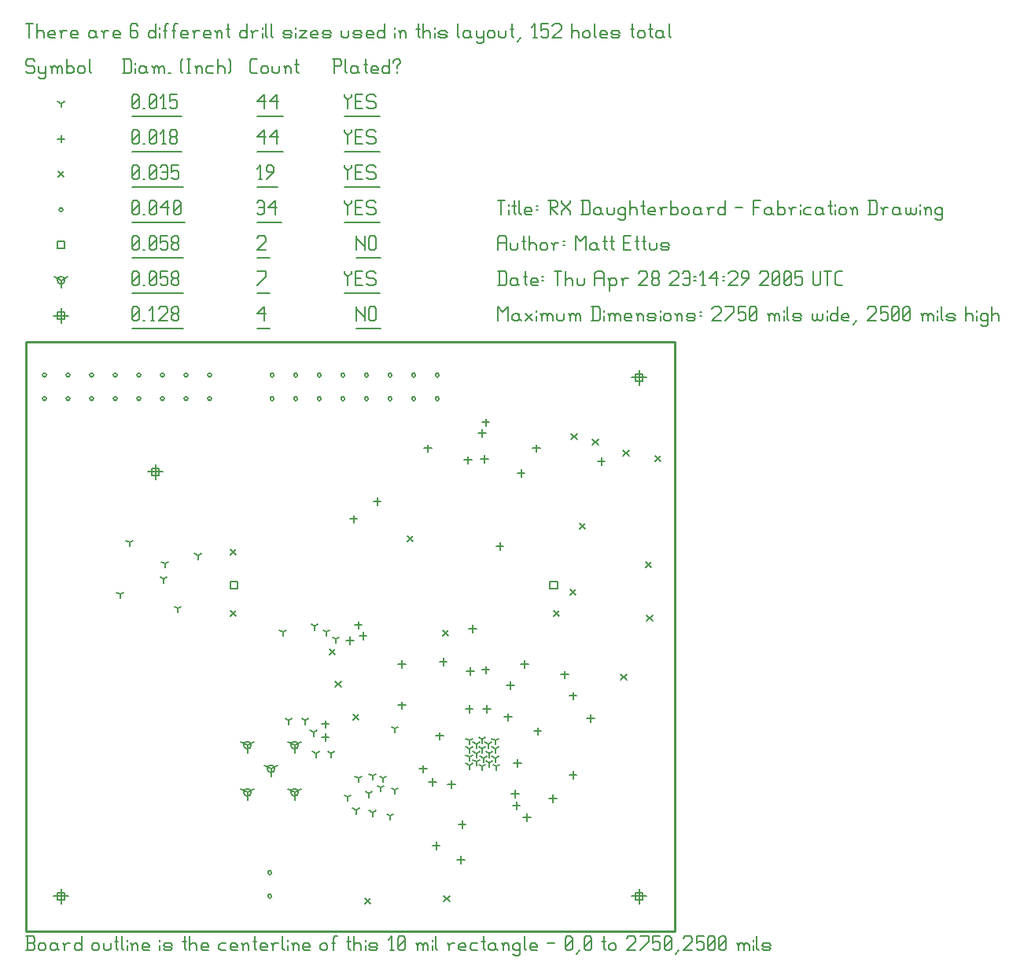
<source format=gbr>
G04 Title: RX Daughterboard, Fabrication Drawing *
G04 Creator: pcb-bin 1.99q *
G04 CreationDate: Thu Apr 28 23:14:29 2005 UTC *
G04 For: matt *
G04 Format: Gerber/RS-274X *
G04 PCB-Dimensions: 275000 250000 *
G04 PCB-Coordinate-Origin: lower left *
%MOIN*%
%FSLAX24Y24*%
%IPPOS*%
%ADD11C,0.0400*%
%ADD12C,0.0080*%
%ADD13C,0.0239*%
%ADD14C,0.0140*%
%ADD15C,0.0300*%
%ADD16C,0.0600*%
%ADD17C,0.0250*%
%ADD18C,0.0450*%
%ADD19C,0.0140*%
%ADD20C,0.0299*%
%ADD21C,0.0100*%
%ADD22C,0.0110*%
%ADD23C,0.0249*%
%ADD24R,0.0240X0.0240*%
%ADD25R,0.0440X0.0440*%
%ADD26R,0.0300X0.0300*%
%ADD27C,0.0060*%
%ADD28C,0.0080*%
%ADD29C,0.0800*%
%ADD30C,0.0860*%
%ADD31C,0.1100X0.0800*%
%ADD32C,0.1100*%
%ADD33C,0.0110*%
%AMTHERM1*7,0,0,0.1100,0.0800,0.0110,45*%
%ADD34THERM1*%
%ADD35R,0.0970X0.0970*%
%ADD36R,0.1170X0.1170*%
%ADD37R,0.1030X0.1030*%
%ADD38C,0.0200*%
%ADD39R,0.0560X0.0560*%
%ADD40R,0.0860X0.0860*%
%ADD41R,0.0620X0.0620*%
%ADD42R,0.1220X0.1220*%
%ADD43R,0.1520X0.1520*%
%ADD44R,0.1280X0.1280*%
%ADD45R,0.0340X0.0340*%
%ADD46R,0.0640X0.0640*%
%ADD47R,0.0400X0.0400*%
%ADD48R,0.0540X0.0540*%
%ADD49R,0.0480X0.0480*%
%ADD50R,0.0680X0.0680*%
%ADD51R,0.0200X0.0200*%
%ADD52R,0.0500X0.0500*%
%ADD53R,0.0600X0.0600*%
%ADD54R,0.0660X0.0660*%
%ADD55R,0.0900X0.0900X0.0600X0.0600*%
%ADD56R,0.0900X0.0900*%
%ADD57C,0.0600*%
%ADD58C,0.0660*%
%AMTHERM2*7,0,0,0.0900,0.0600,0.0100,45*%
%ADD59THERM2*%
%ADD60C,0.0900X0.0600*%
%ADD61C,0.0900*%
%ADD62R,0.0150X0.0150*%
%ADD63R,0.0450X0.0450*%
%ADD64R,0.0210X0.0210*%
%ADD65C,0.0410*%
%ADD66C,0.0170*%
%ADD67R,0.1610X0.1610*%
%ADD68R,0.1910X0.1910*%
%ADD69R,0.1670X0.1670*%
%ADD70C,0.0720*%
%ADD71C,0.0920X0.0720*%
%ADD72C,0.0920*%
%ADD73C,0.0240*%
%ADD74C,0.0340*%
%ADD75C,0.1320*%
%ADD76C,0.1520*%
%ADD77C,0.1520X0.1320*%
%ADD78C,0.0600*%
%ADD79C,0.0125*%
%AMTHERM3*7,0,0,0.0800,0.0600,0.0125,45*%
%ADD80THERM3*%
%ADD81C,0.0800*%
%ADD82C,0.0800X0.0600*%
%ADD83C,0.0350*%
%ADD84C,0.0100*%
%AMTHERM4*7,0,0,0.0510,0.0350,0.0100,45*%
%ADD85THERM4*%
%ADD86C,0.0510*%
%ADD87C,0.0510X0.0350*%
%ADD88C,0.0360*%
%ADD89C,0.0520*%
%ADD90C,0.0520X0.0360*%
%AMTHERM5*7,0,0,0.0799,0.0600,0.0125,45*%
%ADD91THERM5*%
%ADD92C,0.0799*%
%ADD93C,0.0799X0.0600*%
%ADD94C,0.0090*%
%AMTHERM6*7,0,0,0.0520,0.0360,0.0090,45*%
%ADD95THERM6*%
%ADD96C,0.0310*%
%ADD97C,0.0080*%
%AMTHERM7*7,0,0,0.0469,0.0310,0.0080,45*%
%ADD98THERM7*%
%ADD99C,0.0469*%
%ADD100C,0.0469X0.0310*%
%AMTHERM8*7,0,0,0.0510,0.0350,0.0100,45*%
%ADD101THERM8*%
%ADD102C,0.0510*%
%ADD103C,0.0510X0.0350*%
%LNGROUP_3*%
%LPD*%
G01X0Y0D02*
G54D28*X1500Y1820D02*Y1180D01*
X1180Y1500D02*X1820D01*
X1340Y1660D02*X1660D01*
X1340D02*Y1340D01*
X1660D01*
Y1660D02*Y1340D01*
X26000Y1820D02*Y1180D01*
X25680Y1500D02*X26320D01*
X25840Y1660D02*X26160D01*
X25840D02*Y1340D01*
X26160D01*
Y1660D02*Y1340D01*
X26000Y23820D02*Y23180D01*
X25680Y23500D02*X26320D01*
X25840Y23660D02*X26160D01*
X25840D02*Y23340D01*
X26160D01*
Y23660D02*Y23340D01*
X5500Y19820D02*Y19180D01*
X5180Y19500D02*X5820D01*
X5340Y19660D02*X5660D01*
X5340D02*Y19340D01*
X5660D01*
Y19660D02*Y19340D01*
X1500Y26445D02*Y25805D01*
X1180Y26125D02*X1820D01*
X1340Y26285D02*X1660D01*
X1340D02*Y25965D01*
X1660D01*
Y26285D02*Y25965D01*
G04 Text: NO *
X14000Y26500D02*Y25900D01*
Y26500D02*Y26425D01*
X14375Y26050D01*
Y26500D02*Y25900D01*
X14555Y26425D02*Y25975D01*
Y26425D02*X14630Y26500D01*
X14780D01*
X14855Y26425D01*
Y25975D01*
X14780Y25900D02*X14855Y25975D01*
X14630Y25900D02*X14780D01*
X14555Y25975D02*X14630Y25900D01*
X14000Y25574D02*X15035D01*
G04 Text: 4 *
X9800Y26200D02*X10100Y26500D01*
X9800Y26200D02*X10175D01*
X10100Y26500D02*Y25900D01*
X9800Y25574D02*X10355D01*
G04 Text: 0.128 *
X4500Y25975D02*X4575Y25900D01*
X4500Y26425D02*Y25975D01*
Y26425D02*X4575Y26500D01*
X4725D01*
X4800Y26425D01*
Y25975D01*
X4725Y25900D02*X4800Y25975D01*
X4575Y25900D02*X4725D01*
X4500Y26050D02*X4800Y26350D01*
X4980Y25900D02*X5055D01*
X5310D02*X5460D01*
X5385Y26500D02*Y25900D01*
X5235Y26350D02*X5385Y26500D01*
X5640Y26425D02*X5715Y26500D01*
X5940D01*
X6015Y26425D01*
Y26275D01*
X5640Y25900D02*X6015Y26275D01*
X5640Y25900D02*X6015D01*
X6195Y25975D02*X6270Y25900D01*
X6195Y26125D02*Y25975D01*
Y26125D02*X6270Y26200D01*
X6420D01*
X6495Y26125D01*
Y25975D01*
X6420Y25900D02*X6495Y25975D01*
X6270Y25900D02*X6420D01*
X6195Y26275D02*X6270Y26200D01*
X6195Y26425D02*Y26275D01*
Y26425D02*X6270Y26500D01*
X6420D01*
X6495Y26425D01*
Y26275D01*
X6420Y26200D02*X6495Y26275D01*
X4500Y25574D02*X6675D01*
X10400Y6900D02*Y6580D01*
Y6900D02*X10677Y7060D01*
X10400Y6900D02*X10122Y7060D01*
X10240Y6900D02*G75*G03X10560Y6900I160J0D01*G01*
G75*G03X10240Y6900I-160J0D01*G01*
X11400Y7900D02*Y7580D01*
Y7900D02*X11677Y8060D01*
X11400Y7900D02*X11122Y8060D01*
X11240Y7900D02*G75*G03X11560Y7900I160J0D01*G01*
G75*G03X11240Y7900I-160J0D01*G01*
X11400Y5900D02*Y5580D01*
Y5900D02*X11677Y6060D01*
X11400Y5900D02*X11122Y6060D01*
X11240Y5900D02*G75*G03X11560Y5900I160J0D01*G01*
G75*G03X11240Y5900I-160J0D01*G01*
X9400Y7900D02*Y7580D01*
Y7900D02*X9677Y8060D01*
X9400Y7900D02*X9122Y8060D01*
X9240Y7900D02*G75*G03X9560Y7900I160J0D01*G01*
G75*G03X9240Y7900I-160J0D01*G01*
X9400Y5900D02*Y5580D01*
Y5900D02*X9677Y6060D01*
X9400Y5900D02*X9122Y6060D01*
X9240Y5900D02*G75*G03X9560Y5900I160J0D01*G01*
G75*G03X9240Y5900I-160J0D01*G01*
X8670Y14860D02*X8990D01*
X8670D02*Y14540D01*
X8990D01*
Y14860D02*Y14540D01*
X22213Y14860D02*X22533D01*
X22213D02*Y14540D01*
X22533D01*
Y14860D02*Y14540D01*
X1500Y27625D02*Y27305D01*
Y27625D02*X1777Y27785D01*
X1500Y27625D02*X1222Y27785D01*
X1340Y27625D02*G75*G03X1660Y27625I160J0D01*G01*
G75*G03X1340Y27625I-160J0D01*G01*
G04 Text: YES *
X13500Y28000D02*Y27925D01*
X13650Y27775D01*
X13800Y27925D01*
Y28000D02*Y27925D01*
X13650Y27775D02*Y27400D01*
X13980Y27700D02*X14205D01*
X13980Y27400D02*X14280D01*
X13980Y28000D02*Y27400D01*
Y28000D02*X14280D01*
X14760D02*X14835Y27925D01*
X14535Y28000D02*X14760D01*
X14460Y27925D02*X14535Y28000D01*
X14460Y27925D02*Y27775D01*
X14535Y27700D01*
X14760D01*
X14835Y27625D01*
Y27475D01*
X14760Y27400D02*X14835Y27475D01*
X14535Y27400D02*X14760D01*
X14460Y27475D02*X14535Y27400D01*
X13500Y27074D02*X15015D01*
G04 Text: 7 *
X9800Y27400D02*X10175Y27775D01*
Y28000D02*Y27775D01*
X9800Y28000D02*X10175D01*
X9800Y27074D02*X10355D01*
X1340Y29285D02*X1660D01*
X1340D02*Y28965D01*
X1660D01*
Y29285D02*Y28965D01*
G04 Text: NO *
X14000Y29500D02*Y28900D01*
Y29500D02*Y29425D01*
X14375Y29050D01*
Y29500D02*Y28900D01*
X14555Y29425D02*Y28975D01*
Y29425D02*X14630Y29500D01*
X14780D01*
X14855Y29425D01*
Y28975D01*
X14780Y28900D02*X14855Y28975D01*
X14630Y28900D02*X14780D01*
X14555Y28975D02*X14630Y28900D01*
X14000Y28574D02*X15035D01*
G04 Text: 2 *
X9800Y29425D02*X9875Y29500D01*
X10100D01*
X10175Y29425D01*
Y29275D01*
X9800Y28900D02*X10175Y29275D01*
X9800Y28900D02*X10175D01*
X9800Y28574D02*X10355D01*
G04 Text: 0.058 *
X4500Y28975D02*X4575Y28900D01*
X4500Y29425D02*Y28975D01*
Y29425D02*X4575Y29500D01*
X4725D01*
X4800Y29425D01*
Y28975D01*
X4725Y28900D02*X4800Y28975D01*
X4575Y28900D02*X4725D01*
X4500Y29050D02*X4800Y29350D01*
X4980Y28900D02*X5055D01*
X5235Y28975D02*X5310Y28900D01*
X5235Y29425D02*Y28975D01*
Y29425D02*X5310Y29500D01*
X5460D01*
X5535Y29425D01*
Y28975D01*
X5460Y28900D02*X5535Y28975D01*
X5310Y28900D02*X5460D01*
X5235Y29050D02*X5535Y29350D01*
X5715Y29500D02*X6015D01*
X5715D02*Y29200D01*
X5790Y29275D01*
X5940D01*
X6015Y29200D01*
Y28975D01*
X5940Y28900D02*X6015Y28975D01*
X5790Y28900D02*X5940D01*
X5715Y28975D02*X5790Y28900D01*
X6195Y28975D02*X6270Y28900D01*
X6195Y29125D02*Y28975D01*
Y29125D02*X6270Y29200D01*
X6420D01*
X6495Y29125D01*
Y28975D01*
X6420Y28900D02*X6495Y28975D01*
X6270Y28900D02*X6420D01*
X6195Y29275D02*X6270Y29200D01*
X6195Y29425D02*Y29275D01*
Y29425D02*X6270Y29500D01*
X6420D01*
X6495Y29425D01*
Y29275D01*
X6420Y29200D02*X6495Y29275D01*
X4500Y28574D02*X6675D01*
G04 Text: 0.058 *
X4500Y27475D02*X4575Y27400D01*
X4500Y27925D02*Y27475D01*
Y27925D02*X4575Y28000D01*
X4725D01*
X4800Y27925D01*
Y27475D01*
X4725Y27400D02*X4800Y27475D01*
X4575Y27400D02*X4725D01*
X4500Y27550D02*X4800Y27850D01*
X4980Y27400D02*X5055D01*
X5235Y27475D02*X5310Y27400D01*
X5235Y27925D02*Y27475D01*
Y27925D02*X5310Y28000D01*
X5460D01*
X5535Y27925D01*
Y27475D01*
X5460Y27400D02*X5535Y27475D01*
X5310Y27400D02*X5460D01*
X5235Y27550D02*X5535Y27850D01*
X5715Y28000D02*X6015D01*
X5715D02*Y27700D01*
X5790Y27775D01*
X5940D01*
X6015Y27700D01*
Y27475D01*
X5940Y27400D02*X6015Y27475D01*
X5790Y27400D02*X5940D01*
X5715Y27475D02*X5790Y27400D01*
X6195Y27475D02*X6270Y27400D01*
X6195Y27625D02*Y27475D01*
Y27625D02*X6270Y27700D01*
X6420D01*
X6495Y27625D01*
Y27475D01*
X6420Y27400D02*X6495Y27475D01*
X6270Y27400D02*X6420D01*
X6195Y27775D02*X6270Y27700D01*
X6195Y27925D02*Y27775D01*
Y27925D02*X6270Y28000D01*
X6420D01*
X6495Y27925D01*
Y27775D01*
X6420Y27700D02*X6495Y27775D01*
X4500Y27074D02*X6675D01*
X10370Y22600D02*G75*G03X10530Y22600I80J0D01*G01*
G75*G03X10370Y22600I-80J0D01*G01*
Y23600D02*G75*G03X10530Y23600I80J0D01*G01*
G75*G03X10370Y23600I-80J0D01*G01*
X11370Y22600D02*G75*G03X11530Y22600I80J0D01*G01*
G75*G03X11370Y22600I-80J0D01*G01*
Y23600D02*G75*G03X11530Y23600I80J0D01*G01*
G75*G03X11370Y23600I-80J0D01*G01*
X12370Y22600D02*G75*G03X12530Y22600I80J0D01*G01*
G75*G03X12370Y22600I-80J0D01*G01*
Y23600D02*G75*G03X12530Y23600I80J0D01*G01*
G75*G03X12370Y23600I-80J0D01*G01*
X13370Y22600D02*G75*G03X13530Y22600I80J0D01*G01*
G75*G03X13370Y22600I-80J0D01*G01*
Y23600D02*G75*G03X13530Y23600I80J0D01*G01*
G75*G03X13370Y23600I-80J0D01*G01*
X14370Y22600D02*G75*G03X14530Y22600I80J0D01*G01*
G75*G03X14370Y22600I-80J0D01*G01*
Y23600D02*G75*G03X14530Y23600I80J0D01*G01*
G75*G03X14370Y23600I-80J0D01*G01*
X15370Y22600D02*G75*G03X15530Y22600I80J0D01*G01*
G75*G03X15370Y22600I-80J0D01*G01*
Y23600D02*G75*G03X15530Y23600I80J0D01*G01*
G75*G03X15370Y23600I-80J0D01*G01*
X16370Y22600D02*G75*G03X16530Y22600I80J0D01*G01*
G75*G03X16370Y22600I-80J0D01*G01*
Y23600D02*G75*G03X16530Y23600I80J0D01*G01*
G75*G03X16370Y23600I-80J0D01*G01*
X17370Y22600D02*G75*G03X17530Y22600I80J0D01*G01*
G75*G03X17370Y22600I-80J0D01*G01*
Y23600D02*G75*G03X17530Y23600I80J0D01*G01*
G75*G03X17370Y23600I-80J0D01*G01*
X720Y22600D02*G75*G03X880Y22600I80J0D01*G01*
G75*G03X720Y22600I-80J0D01*G01*
Y23600D02*G75*G03X880Y23600I80J0D01*G01*
G75*G03X720Y23600I-80J0D01*G01*
X1720Y22600D02*G75*G03X1880Y22600I80J0D01*G01*
G75*G03X1720Y22600I-80J0D01*G01*
Y23600D02*G75*G03X1880Y23600I80J0D01*G01*
G75*G03X1720Y23600I-80J0D01*G01*
X2720Y22600D02*G75*G03X2880Y22600I80J0D01*G01*
G75*G03X2720Y22600I-80J0D01*G01*
Y23600D02*G75*G03X2880Y23600I80J0D01*G01*
G75*G03X2720Y23600I-80J0D01*G01*
X3720Y22600D02*G75*G03X3880Y22600I80J0D01*G01*
G75*G03X3720Y22600I-80J0D01*G01*
Y23600D02*G75*G03X3880Y23600I80J0D01*G01*
G75*G03X3720Y23600I-80J0D01*G01*
X4720Y22600D02*G75*G03X4880Y22600I80J0D01*G01*
G75*G03X4720Y22600I-80J0D01*G01*
Y23600D02*G75*G03X4880Y23600I80J0D01*G01*
G75*G03X4720Y23600I-80J0D01*G01*
X5720Y22600D02*G75*G03X5880Y22600I80J0D01*G01*
G75*G03X5720Y22600I-80J0D01*G01*
Y23600D02*G75*G03X5880Y23600I80J0D01*G01*
G75*G03X5720Y23600I-80J0D01*G01*
X6720Y22600D02*G75*G03X6880Y22600I80J0D01*G01*
G75*G03X6720Y22600I-80J0D01*G01*
Y23600D02*G75*G03X6880Y23600I80J0D01*G01*
G75*G03X6720Y23600I-80J0D01*G01*
X7720Y22600D02*G75*G03X7880Y22600I80J0D01*G01*
G75*G03X7720Y22600I-80J0D01*G01*
Y23600D02*G75*G03X7880Y23600I80J0D01*G01*
G75*G03X7720Y23600I-80J0D01*G01*
X10270Y2500D02*G75*G03X10430Y2500I80J0D01*G01*
G75*G03X10270Y2500I-80J0D01*G01*
Y1500D02*G75*G03X10430Y1500I80J0D01*G01*
G75*G03X10270Y1500I-80J0D01*G01*
X1420Y30625D02*G75*G03X1580Y30625I80J0D01*G01*
G75*G03X1420Y30625I-80J0D01*G01*
G04 Text: YES *
X13500Y31000D02*Y30925D01*
X13650Y30775D01*
X13800Y30925D01*
Y31000D02*Y30925D01*
X13650Y30775D02*Y30400D01*
X13980Y30700D02*X14205D01*
X13980Y30400D02*X14280D01*
X13980Y31000D02*Y30400D01*
Y31000D02*X14280D01*
X14760D02*X14835Y30925D01*
X14535Y31000D02*X14760D01*
X14460Y30925D02*X14535Y31000D01*
X14460Y30925D02*Y30775D01*
X14535Y30700D01*
X14760D01*
X14835Y30625D01*
Y30475D01*
X14760Y30400D02*X14835Y30475D01*
X14535Y30400D02*X14760D01*
X14460Y30475D02*X14535Y30400D01*
X13500Y30074D02*X15015D01*
G04 Text: 34 *
X9800Y30925D02*X9875Y31000D01*
X10025D01*
X10100Y30925D01*
Y30475D01*
X10025Y30400D02*X10100Y30475D01*
X9875Y30400D02*X10025D01*
X9800Y30475D02*X9875Y30400D01*
Y30700D02*X10100D01*
X10280D02*X10580Y31000D01*
X10280Y30700D02*X10655D01*
X10580Y31000D02*Y30400D01*
X9800Y30074D02*X10835D01*
G04 Text: 0.040 *
X4500Y30475D02*X4575Y30400D01*
X4500Y30925D02*Y30475D01*
Y30925D02*X4575Y31000D01*
X4725D01*
X4800Y30925D01*
Y30475D01*
X4725Y30400D02*X4800Y30475D01*
X4575Y30400D02*X4725D01*
X4500Y30550D02*X4800Y30850D01*
X4980Y30400D02*X5055D01*
X5235Y30475D02*X5310Y30400D01*
X5235Y30925D02*Y30475D01*
Y30925D02*X5310Y31000D01*
X5460D01*
X5535Y30925D01*
Y30475D01*
X5460Y30400D02*X5535Y30475D01*
X5310Y30400D02*X5460D01*
X5235Y30550D02*X5535Y30850D01*
X5715Y30700D02*X6015Y31000D01*
X5715Y30700D02*X6090D01*
X6015Y31000D02*Y30400D01*
X6270Y30475D02*X6345Y30400D01*
X6270Y30925D02*Y30475D01*
Y30925D02*X6345Y31000D01*
X6495D01*
X6570Y30925D01*
Y30475D01*
X6495Y30400D02*X6570Y30475D01*
X6345Y30400D02*X6495D01*
X6270Y30550D02*X6570Y30850D01*
X4500Y30074D02*X6750D01*
X16180Y16770D02*X16420Y16530D01*
X16180D02*X16420Y16770D01*
X8680Y13620D02*X8920Y13380D01*
X8680D02*X8920Y13620D01*
X8680Y16220D02*X8920Y15980D01*
X8680D02*X8920Y16220D01*
X13130Y10620D02*X13370Y10380D01*
X13130D02*X13370Y10620D01*
X22380Y13620D02*X22620Y13380D01*
X22380D02*X22620Y13620D01*
X25230Y10920D02*X25470Y10680D01*
X25230D02*X25470Y10920D01*
X23080Y14520D02*X23320Y14280D01*
X23080D02*X23320Y14520D01*
X26680Y20170D02*X26920Y19930D01*
X26680D02*X26920Y20170D01*
X25330Y20420D02*X25570Y20180D01*
X25330D02*X25570Y20420D01*
X23130Y21120D02*X23370Y20880D01*
X23130D02*X23370Y21120D01*
X17680Y12770D02*X17920Y12530D01*
X17680D02*X17920Y12770D01*
X13880Y9220D02*X14120Y8980D01*
X13880D02*X14120Y9220D01*
X17730Y1520D02*X17970Y1280D01*
X17730D02*X17970Y1520D01*
X14380Y1420D02*X14620Y1180D01*
X14380D02*X14620Y1420D01*
X12880Y11970D02*X13120Y11730D01*
X12880D02*X13120Y11970D01*
X23480Y17320D02*X23720Y17080D01*
X23480D02*X23720Y17320D01*
X24030Y20870D02*X24270Y20630D01*
X24030D02*X24270Y20870D01*
X26280Y15670D02*X26520Y15430D01*
X26280D02*X26520Y15670D01*
X26330Y13420D02*X26570Y13180D01*
X26330D02*X26570Y13420D01*
X1380Y32245D02*X1620Y32005D01*
X1380D02*X1620Y32245D01*
G04 Text: YES *
X13500Y32500D02*Y32425D01*
X13650Y32275D01*
X13800Y32425D01*
Y32500D02*Y32425D01*
X13650Y32275D02*Y31900D01*
X13980Y32200D02*X14205D01*
X13980Y31900D02*X14280D01*
X13980Y32500D02*Y31900D01*
Y32500D02*X14280D01*
X14760D02*X14835Y32425D01*
X14535Y32500D02*X14760D01*
X14460Y32425D02*X14535Y32500D01*
X14460Y32425D02*Y32275D01*
X14535Y32200D01*
X14760D01*
X14835Y32125D01*
Y31975D01*
X14760Y31900D02*X14835Y31975D01*
X14535Y31900D02*X14760D01*
X14460Y31975D02*X14535Y31900D01*
X13500Y31574D02*X15015D01*
G04 Text: 19 *
X9875Y31900D02*X10025D01*
X9950Y32500D02*Y31900D01*
X9800Y32350D02*X9950Y32500D01*
X10205Y31900D02*X10505Y32200D01*
Y32425D02*Y32200D01*
X10430Y32500D02*X10505Y32425D01*
X10280Y32500D02*X10430D01*
X10205Y32425D02*X10280Y32500D01*
X10205Y32425D02*Y32275D01*
X10280Y32200D01*
X10505D01*
X9800Y31574D02*X10685D01*
G04 Text: 0.035 *
X4500Y31975D02*X4575Y31900D01*
X4500Y32425D02*Y31975D01*
Y32425D02*X4575Y32500D01*
X4725D01*
X4800Y32425D01*
Y31975D01*
X4725Y31900D02*X4800Y31975D01*
X4575Y31900D02*X4725D01*
X4500Y32050D02*X4800Y32350D01*
X4980Y31900D02*X5055D01*
X5235Y31975D02*X5310Y31900D01*
X5235Y32425D02*Y31975D01*
Y32425D02*X5310Y32500D01*
X5460D01*
X5535Y32425D01*
Y31975D01*
X5460Y31900D02*X5535Y31975D01*
X5310Y31900D02*X5460D01*
X5235Y32050D02*X5535Y32350D01*
X5715Y32425D02*X5790Y32500D01*
X5940D01*
X6015Y32425D01*
Y31975D01*
X5940Y31900D02*X6015Y31975D01*
X5790Y31900D02*X5940D01*
X5715Y31975D02*X5790Y31900D01*
Y32200D02*X6015D01*
X6195Y32500D02*X6495D01*
X6195D02*Y32200D01*
X6270Y32275D01*
X6420D01*
X6495Y32200D01*
Y31975D01*
X6420Y31900D02*X6495Y31975D01*
X6270Y31900D02*X6420D01*
X6195Y31975D02*X6270Y31900D01*
X4500Y31574D02*X6675D01*
X17700Y11610D02*Y11290D01*
X17540Y11450D02*X17860D01*
X16850Y7060D02*Y6740D01*
X16690Y6900D02*X17010D01*
X17250Y6510D02*Y6190D01*
X17090Y6350D02*X17410D01*
X20800Y5510D02*Y5190D01*
X20640Y5350D02*X20960D01*
X21650Y20660D02*Y20340D01*
X21490Y20500D02*X21810D01*
X24400Y20110D02*Y19790D01*
X24240Y19950D02*X24560D01*
X21000Y19610D02*Y19290D01*
X20840Y19450D02*X21160D01*
X19350Y21310D02*Y20990D01*
X19190Y21150D02*X19510D01*
X17050Y20660D02*Y20340D01*
X16890Y20500D02*X17210D01*
X19500Y11260D02*Y10940D01*
X19340Y11100D02*X19660D01*
X12700Y8960D02*Y8640D01*
X12540Y8800D02*X12860D01*
X12700Y8410D02*Y8090D01*
X12540Y8250D02*X12860D01*
X19450Y20210D02*Y19890D01*
X19290Y20050D02*X19610D01*
X19500Y21760D02*Y21440D01*
X19340Y21600D02*X19660D01*
X22350Y5810D02*Y5490D01*
X22190Y5650D02*X22510D01*
X23200Y6810D02*Y6490D01*
X23040Y6650D02*X23360D01*
X18450Y3210D02*Y2890D01*
X18290Y3050D02*X18610D01*
X18500Y4710D02*Y4390D01*
X18340Y4550D02*X18660D01*
X17550Y8460D02*Y8140D01*
X17390Y8300D02*X17710D01*
X21700Y8660D02*Y8340D01*
X21540Y8500D02*X21860D01*
X18750Y20160D02*Y19840D01*
X18590Y20000D02*X18910D01*
X21250Y5010D02*Y4690D01*
X21090Y4850D02*X21410D01*
X17400Y3810D02*Y3490D01*
X17240Y3650D02*X17560D01*
X18050Y6410D02*Y6090D01*
X17890Y6250D02*X18210D01*
X19550Y9610D02*Y9290D01*
X19390Y9450D02*X19710D01*
X18800Y9610D02*Y9290D01*
X18640Y9450D02*X18960D01*
X13900Y17660D02*Y17340D01*
X13740Y17500D02*X14060D01*
X14900Y18410D02*Y18090D01*
X14740Y18250D02*X15060D01*
X20850Y7310D02*Y6990D01*
X20690Y7150D02*X21010D01*
X14100Y13160D02*Y12840D01*
X13940Y13000D02*X14260D01*
X13750Y12510D02*Y12190D01*
X13590Y12350D02*X13910D01*
X14300Y12710D02*Y12390D01*
X14140Y12550D02*X14460D01*
X18850Y11210D02*Y10890D01*
X18690Y11050D02*X19010D01*
X21150Y11510D02*Y11190D01*
X20990Y11350D02*X21310D01*
X23200Y10160D02*Y9840D01*
X23040Y10000D02*X23360D01*
X22850Y11060D02*Y10740D01*
X22690Y10900D02*X23010D01*
X20550Y10610D02*Y10290D01*
X20390Y10450D02*X20710D01*
X23950Y9210D02*Y8890D01*
X23790Y9050D02*X24110D01*
X15950Y11510D02*Y11190D01*
X15790Y11350D02*X16110D01*
X15950Y9760D02*Y9440D01*
X15790Y9600D02*X16110D01*
X20100Y16510D02*Y16190D01*
X19940Y16350D02*X20260D01*
X18950Y13010D02*Y12690D01*
X18790Y12850D02*X19110D01*
X20750Y6010D02*Y5690D01*
X20590Y5850D02*X20910D01*
X20450Y9260D02*Y8940D01*
X20290Y9100D02*X20610D01*
X1500Y33785D02*Y33465D01*
X1340Y33625D02*X1660D01*
G04 Text: YES *
X13500Y34000D02*Y33925D01*
X13650Y33775D01*
X13800Y33925D01*
Y34000D02*Y33925D01*
X13650Y33775D02*Y33400D01*
X13980Y33700D02*X14205D01*
X13980Y33400D02*X14280D01*
X13980Y34000D02*Y33400D01*
Y34000D02*X14280D01*
X14760D02*X14835Y33925D01*
X14535Y34000D02*X14760D01*
X14460Y33925D02*X14535Y34000D01*
X14460Y33925D02*Y33775D01*
X14535Y33700D01*
X14760D01*
X14835Y33625D01*
Y33475D01*
X14760Y33400D02*X14835Y33475D01*
X14535Y33400D02*X14760D01*
X14460Y33475D02*X14535Y33400D01*
X13500Y33074D02*X15015D01*
G04 Text: 44 *
X9800Y33700D02*X10100Y34000D01*
X9800Y33700D02*X10175D01*
X10100Y34000D02*Y33400D01*
X10355Y33700D02*X10655Y34000D01*
X10355Y33700D02*X10730D01*
X10655Y34000D02*Y33400D01*
X9800Y33074D02*X10910D01*
G04 Text: 0.018 *
X4500Y33475D02*X4575Y33400D01*
X4500Y33925D02*Y33475D01*
Y33925D02*X4575Y34000D01*
X4725D01*
X4800Y33925D01*
Y33475D01*
X4725Y33400D02*X4800Y33475D01*
X4575Y33400D02*X4725D01*
X4500Y33550D02*X4800Y33850D01*
X4980Y33400D02*X5055D01*
X5235Y33475D02*X5310Y33400D01*
X5235Y33925D02*Y33475D01*
Y33925D02*X5310Y34000D01*
X5460D01*
X5535Y33925D01*
Y33475D01*
X5460Y33400D02*X5535Y33475D01*
X5310Y33400D02*X5460D01*
X5235Y33550D02*X5535Y33850D01*
X5790Y33400D02*X5940D01*
X5865Y34000D02*Y33400D01*
X5715Y33850D02*X5865Y34000D01*
X6120Y33475D02*X6195Y33400D01*
X6120Y33625D02*Y33475D01*
Y33625D02*X6195Y33700D01*
X6345D01*
X6420Y33625D01*
Y33475D01*
X6345Y33400D02*X6420Y33475D01*
X6195Y33400D02*X6345D01*
X6120Y33775D02*X6195Y33700D01*
X6120Y33925D02*Y33775D01*
Y33925D02*X6195Y34000D01*
X6345D01*
X6420Y33925D01*
Y33775D01*
X6345Y33700D02*X6420Y33775D01*
X4500Y33074D02*X6600D01*
X5850Y14950D02*Y14790D01*
Y14950D02*X5988Y15030D01*
X5850Y14950D02*X5711Y15030D01*
X4400Y16500D02*Y16340D01*
Y16500D02*X4538Y16580D01*
X4400Y16500D02*X4261Y16580D01*
X5900Y15600D02*Y15440D01*
Y15600D02*X6038Y15680D01*
X5900Y15600D02*X5761Y15680D01*
X12750Y12700D02*Y12540D01*
Y12700D02*X12888Y12780D01*
X12750Y12700D02*X12611Y12780D01*
X7300Y15950D02*Y15790D01*
Y15950D02*X7438Y16030D01*
X7300Y15950D02*X7161Y16030D01*
X10900Y12700D02*Y12540D01*
Y12700D02*X11038Y12780D01*
X10900Y12700D02*X10761Y12780D01*
X6450Y13700D02*Y13540D01*
Y13700D02*X6588Y13780D01*
X6450Y13700D02*X6311Y13780D01*
X13150Y12400D02*Y12240D01*
Y12400D02*X13288Y12480D01*
X13150Y12400D02*X13011Y12480D01*
X4000Y14300D02*Y14140D01*
Y14300D02*X4138Y14380D01*
X4000Y14300D02*X3861Y14380D01*
X19900Y8100D02*Y7940D01*
Y8100D02*X20038Y8180D01*
X19900Y8100D02*X19761Y8180D01*
X15650Y6000D02*Y5840D01*
Y6000D02*X15788Y6080D01*
X15650Y6000D02*X15511Y6080D01*
X15650Y8600D02*Y8440D01*
Y8600D02*X15788Y8680D01*
X15650Y8600D02*X15511Y8680D01*
X12250Y12950D02*Y12790D01*
Y12950D02*X12388Y13030D01*
X12250Y12950D02*X12111Y13030D01*
X18800Y8100D02*Y7940D01*
Y8100D02*X18938Y8180D01*
X18800Y8100D02*X18661Y8180D01*
X18800Y7750D02*Y7590D01*
Y7750D02*X18938Y7830D01*
X18800Y7750D02*X18661Y7830D01*
X18800Y7400D02*Y7240D01*
Y7400D02*X18938Y7480D01*
X18800Y7400D02*X18661Y7480D01*
X18800Y7050D02*Y6890D01*
Y7050D02*X18938Y7130D01*
X18800Y7050D02*X18661Y7130D01*
X19100Y7200D02*Y7040D01*
Y7200D02*X19238Y7280D01*
X19100Y7200D02*X18961Y7280D01*
X19100Y7550D02*Y7390D01*
Y7550D02*X19238Y7630D01*
X19100Y7550D02*X18961Y7630D01*
X19100Y7950D02*Y7790D01*
Y7950D02*X19238Y8030D01*
X19100Y7950D02*X18961Y8030D01*
X19350Y8150D02*Y7990D01*
Y8150D02*X19488Y8230D01*
X19350Y8150D02*X19211Y8230D01*
X19350Y7750D02*Y7590D01*
Y7750D02*X19488Y7830D01*
X19350Y7750D02*X19211Y7830D01*
X19400Y7350D02*Y7190D01*
Y7350D02*X19538Y7430D01*
X19400Y7350D02*X19261Y7430D01*
X19350Y7000D02*Y6840D01*
Y7000D02*X19488Y7080D01*
X19350Y7000D02*X19211Y7080D01*
X19650Y7150D02*Y6990D01*
Y7150D02*X19788Y7230D01*
X19650Y7150D02*X19511Y7230D01*
X19950Y7000D02*Y6840D01*
Y7000D02*X20088Y7080D01*
X19950Y7000D02*X19811Y7080D01*
X19900Y7350D02*Y7190D01*
Y7350D02*X20038Y7430D01*
X19900Y7350D02*X19761Y7430D01*
X19650Y7550D02*Y7390D01*
Y7550D02*X19788Y7630D01*
X19650Y7550D02*X19511Y7630D01*
X19900Y7750D02*Y7590D01*
Y7750D02*X20038Y7830D01*
X19900Y7750D02*X19761Y7830D01*
X19600Y7950D02*Y7790D01*
Y7950D02*X19738Y8030D01*
X19600Y7950D02*X19461Y8030D01*
X15050Y6100D02*Y5940D01*
Y6100D02*X15188Y6180D01*
X15050Y6100D02*X14911Y6180D01*
X12300Y7550D02*Y7390D01*
Y7550D02*X12438Y7630D01*
X12300Y7550D02*X12161Y7630D01*
X11150Y8950D02*Y8790D01*
Y8950D02*X11288Y9030D01*
X11150Y8950D02*X11011Y9030D01*
X11850Y8950D02*Y8790D01*
Y8950D02*X11988Y9030D01*
X11850Y8950D02*X11711Y9030D01*
X12200Y8450D02*Y8290D01*
Y8450D02*X12338Y8530D01*
X12200Y8450D02*X12061Y8530D01*
X14100Y6500D02*Y6340D01*
Y6500D02*X14238Y6580D01*
X14100Y6500D02*X13961Y6580D01*
X14700Y6600D02*Y6440D01*
Y6600D02*X14838Y6680D01*
X14700Y6600D02*X14561Y6680D01*
X15150Y6500D02*Y6340D01*
Y6500D02*X15288Y6580D01*
X15150Y6500D02*X15011Y6580D01*
X13650Y5700D02*Y5540D01*
Y5700D02*X13788Y5780D01*
X13650Y5700D02*X13511Y5780D01*
X14550Y5850D02*Y5690D01*
Y5850D02*X14688Y5930D01*
X14550Y5850D02*X14411Y5930D01*
X14000Y5150D02*Y4990D01*
Y5150D02*X14138Y5230D01*
X14000Y5150D02*X13861Y5230D01*
X14700Y5050D02*Y4890D01*
Y5050D02*X14838Y5130D01*
X14700Y5050D02*X14561Y5130D01*
X15450Y4900D02*Y4740D01*
Y4900D02*X15588Y4980D01*
X15450Y4900D02*X15311Y4980D01*
X12950Y7550D02*Y7390D01*
Y7550D02*X13088Y7630D01*
X12950Y7550D02*X12811Y7630D01*
X1500Y35125D02*Y34965D01*
Y35125D02*X1638Y35205D01*
X1500Y35125D02*X1361Y35205D01*
G04 Text: YES *
X13500Y35500D02*Y35425D01*
X13650Y35275D01*
X13800Y35425D01*
Y35500D02*Y35425D01*
X13650Y35275D02*Y34900D01*
X13980Y35200D02*X14205D01*
X13980Y34900D02*X14280D01*
X13980Y35500D02*Y34900D01*
Y35500D02*X14280D01*
X14760D02*X14835Y35425D01*
X14535Y35500D02*X14760D01*
X14460Y35425D02*X14535Y35500D01*
X14460Y35425D02*Y35275D01*
X14535Y35200D01*
X14760D01*
X14835Y35125D01*
Y34975D01*
X14760Y34900D02*X14835Y34975D01*
X14535Y34900D02*X14760D01*
X14460Y34975D02*X14535Y34900D01*
X13500Y34574D02*X15015D01*
G04 Text: 44 *
X9800Y35200D02*X10100Y35500D01*
X9800Y35200D02*X10175D01*
X10100Y35500D02*Y34900D01*
X10355Y35200D02*X10655Y35500D01*
X10355Y35200D02*X10730D01*
X10655Y35500D02*Y34900D01*
X9800Y34574D02*X10910D01*
G04 Text: 0.015 *
X4500Y34975D02*X4575Y34900D01*
X4500Y35425D02*Y34975D01*
Y35425D02*X4575Y35500D01*
X4725D01*
X4800Y35425D01*
Y34975D01*
X4725Y34900D02*X4800Y34975D01*
X4575Y34900D02*X4725D01*
X4500Y35050D02*X4800Y35350D01*
X4980Y34900D02*X5055D01*
X5235Y34975D02*X5310Y34900D01*
X5235Y35425D02*Y34975D01*
Y35425D02*X5310Y35500D01*
X5460D01*
X5535Y35425D01*
Y34975D01*
X5460Y34900D02*X5535Y34975D01*
X5310Y34900D02*X5460D01*
X5235Y35050D02*X5535Y35350D01*
X5790Y34900D02*X5940D01*
X5865Y35500D02*Y34900D01*
X5715Y35350D02*X5865Y35500D01*
X6120D02*X6420D01*
X6120D02*Y35200D01*
X6195Y35275D01*
X6345D01*
X6420Y35200D01*
Y34975D01*
X6345Y34900D02*X6420Y34975D01*
X6195Y34900D02*X6345D01*
X6120Y34975D02*X6195Y34900D01*
X4500Y34574D02*X6600D01*
G04 Text: Symbol *
X300Y37000D02*X375Y36925D01*
X75Y37000D02*X300D01*
X0Y36925D02*X75Y37000D01*
X0Y36925D02*Y36775D01*
X75Y36700D01*
X300D01*
X375Y36625D01*
Y36475D01*
X300Y36400D02*X375Y36475D01*
X75Y36400D02*X300D01*
X0Y36475D02*X75Y36400D01*
X555Y36700D02*Y36475D01*
X630Y36400D01*
X855Y36700D02*Y36250D01*
X780Y36175D02*X855Y36250D01*
X630Y36175D02*X780D01*
X555Y36250D02*X630Y36175D01*
Y36400D02*X780D01*
X855Y36475D01*
X1110Y36625D02*Y36400D01*
Y36625D02*X1185Y36700D01*
X1260D01*
X1335Y36625D01*
Y36400D01*
Y36625D02*X1410Y36700D01*
X1485D01*
X1560Y36625D01*
Y36400D01*
X1035Y36700D02*X1110Y36625D01*
X1740Y37000D02*Y36400D01*
Y36475D02*X1815Y36400D01*
X1965D01*
X2040Y36475D01*
Y36625D02*Y36475D01*
X1965Y36700D02*X2040Y36625D01*
X1815Y36700D02*X1965D01*
X1740Y36625D02*X1815Y36700D01*
X2220Y36625D02*Y36475D01*
Y36625D02*X2295Y36700D01*
X2445D01*
X2520Y36625D01*
Y36475D01*
X2445Y36400D02*X2520Y36475D01*
X2295Y36400D02*X2445D01*
X2220Y36475D02*X2295Y36400D01*
X2700Y37000D02*Y36475D01*
X2775Y36400D01*
G04 Text: Diam. (Inch) *
X4175Y37000D02*Y36400D01*
X4400Y37000D02*X4475Y36925D01*
Y36475D01*
X4400Y36400D02*X4475Y36475D01*
X4100Y36400D02*X4400D01*
X4100Y37000D02*X4400D01*
X4655Y36850D02*Y36775D01*
Y36625D02*Y36400D01*
X5030Y36700D02*X5105Y36625D01*
X4880Y36700D02*X5030D01*
X4805Y36625D02*X4880Y36700D01*
X4805Y36625D02*Y36475D01*
X4880Y36400D01*
X5105Y36700D02*Y36475D01*
X5180Y36400D01*
X4880D02*X5030D01*
X5105Y36475D01*
X5435Y36625D02*Y36400D01*
Y36625D02*X5510Y36700D01*
X5585D01*
X5660Y36625D01*
Y36400D01*
Y36625D02*X5735Y36700D01*
X5810D01*
X5885Y36625D01*
Y36400D01*
X5360Y36700D02*X5435Y36625D01*
X6065Y36400D02*X6140D01*
X6590Y36475D02*X6665Y36400D01*
X6590Y36925D02*X6665Y37000D01*
X6590Y36925D02*Y36475D01*
X6845Y37000D02*X6995D01*
X6920D02*Y36400D01*
X6845D02*X6995D01*
X7251Y36625D02*Y36400D01*
Y36625D02*X7326Y36700D01*
X7401D01*
X7476Y36625D01*
Y36400D01*
X7176Y36700D02*X7251Y36625D01*
X7731Y36700D02*X7956D01*
X7656Y36625D02*X7731Y36700D01*
X7656Y36625D02*Y36475D01*
X7731Y36400D01*
X7956D01*
X8136Y37000D02*Y36400D01*
Y36625D02*X8211Y36700D01*
X8361D01*
X8436Y36625D01*
Y36400D01*
X8616Y37000D02*X8691Y36925D01*
Y36475D01*
X8616Y36400D02*X8691Y36475D01*
G04 Text: Count *
X9575Y36400D02*X9800D01*
X9500Y36475D02*X9575Y36400D01*
X9500Y36925D02*Y36475D01*
Y36925D02*X9575Y37000D01*
X9800D01*
X9980Y36625D02*Y36475D01*
Y36625D02*X10055Y36700D01*
X10205D01*
X10280Y36625D01*
Y36475D01*
X10205Y36400D02*X10280Y36475D01*
X10055Y36400D02*X10205D01*
X9980Y36475D02*X10055Y36400D01*
X10460Y36700D02*Y36475D01*
X10535Y36400D01*
X10685D01*
X10760Y36475D01*
Y36700D02*Y36475D01*
X11015Y36625D02*Y36400D01*
Y36625D02*X11090Y36700D01*
X11165D01*
X11240Y36625D01*
Y36400D01*
X10940Y36700D02*X11015Y36625D01*
X11495Y37000D02*Y36475D01*
X11570Y36400D01*
X11420Y36775D02*X11570D01*
G04 Text: Plated? *
X13075Y37000D02*Y36400D01*
X13000Y37000D02*X13300D01*
X13375Y36925D01*
Y36775D01*
X13300Y36700D02*X13375Y36775D01*
X13075Y36700D02*X13300D01*
X13555Y37000D02*Y36475D01*
X13630Y36400D01*
X14005Y36700D02*X14080Y36625D01*
X13855Y36700D02*X14005D01*
X13780Y36625D02*X13855Y36700D01*
X13780Y36625D02*Y36475D01*
X13855Y36400D01*
X14080Y36700D02*Y36475D01*
X14155Y36400D01*
X13855D02*X14005D01*
X14080Y36475D01*
X14410Y37000D02*Y36475D01*
X14485Y36400D01*
X14335Y36775D02*X14485D01*
X14710Y36400D02*X14935D01*
X14635Y36475D02*X14710Y36400D01*
X14635Y36625D02*Y36475D01*
Y36625D02*X14710Y36700D01*
X14860D01*
X14935Y36625D01*
X14635Y36550D02*X14935D01*
Y36625D02*Y36550D01*
X15415Y37000D02*Y36400D01*
X15340D02*X15415Y36475D01*
X15190Y36400D02*X15340D01*
X15115Y36475D02*X15190Y36400D01*
X15115Y36625D02*Y36475D01*
Y36625D02*X15190Y36700D01*
X15340D01*
X15415Y36625D01*
X15745Y36700D02*Y36625D01*
Y36475D02*Y36400D01*
X15595Y36925D02*Y36850D01*
Y36925D02*X15670Y37000D01*
X15820D01*
X15895Y36925D01*
Y36850D01*
X15745Y36700D02*X15895Y36850D01*
G04 Text: There are 6 different drill sizes used in this layout, 152 holes total *
X0Y38500D02*X300D01*
X150D02*Y37900D01*
X480Y38500D02*Y37900D01*
Y38125D02*X555Y38200D01*
X705D01*
X780Y38125D01*
Y37900D01*
X1035D02*X1260D01*
X960Y37975D02*X1035Y37900D01*
X960Y38125D02*Y37975D01*
Y38125D02*X1035Y38200D01*
X1185D01*
X1260Y38125D01*
X960Y38050D02*X1260D01*
Y38125D02*Y38050D01*
X1515Y38125D02*Y37900D01*
Y38125D02*X1590Y38200D01*
X1740D01*
X1440D02*X1515Y38125D01*
X1995Y37900D02*X2220D01*
X1920Y37975D02*X1995Y37900D01*
X1920Y38125D02*Y37975D01*
Y38125D02*X1995Y38200D01*
X2145D01*
X2220Y38125D01*
X1920Y38050D02*X2220D01*
Y38125D02*Y38050D01*
X2895Y38200D02*X2970Y38125D01*
X2745Y38200D02*X2895D01*
X2670Y38125D02*X2745Y38200D01*
X2670Y38125D02*Y37975D01*
X2745Y37900D01*
X2970Y38200D02*Y37975D01*
X3045Y37900D01*
X2745D02*X2895D01*
X2970Y37975D01*
X3300Y38125D02*Y37900D01*
Y38125D02*X3375Y38200D01*
X3525D01*
X3225D02*X3300Y38125D01*
X3781Y37900D02*X4006D01*
X3706Y37975D02*X3781Y37900D01*
X3706Y38125D02*Y37975D01*
Y38125D02*X3781Y38200D01*
X3931D01*
X4006Y38125D01*
X3706Y38050D02*X4006D01*
Y38125D02*Y38050D01*
X4681Y38500D02*X4756Y38425D01*
X4531Y38500D02*X4681D01*
X4456Y38425D02*X4531Y38500D01*
X4456Y38425D02*Y37975D01*
X4531Y37900D01*
X4681Y38200D02*X4756Y38125D01*
X4456Y38200D02*X4681D01*
X4531Y37900D02*X4681D01*
X4756Y37975D01*
Y38125D02*Y37975D01*
X5506Y38500D02*Y37900D01*
X5431D02*X5506Y37975D01*
X5281Y37900D02*X5431D01*
X5206Y37975D02*X5281Y37900D01*
X5206Y38125D02*Y37975D01*
Y38125D02*X5281Y38200D01*
X5431D01*
X5506Y38125D01*
X5686Y38350D02*Y38275D01*
Y38125D02*Y37900D01*
X5911Y38425D02*Y37900D01*
Y38425D02*X5986Y38500D01*
X6061D01*
X5836Y38200D02*X5986D01*
X6286Y38425D02*Y37900D01*
Y38425D02*X6361Y38500D01*
X6436D01*
X6211Y38200D02*X6361D01*
X6661Y37900D02*X6886D01*
X6586Y37975D02*X6661Y37900D01*
X6586Y38125D02*Y37975D01*
Y38125D02*X6661Y38200D01*
X6811D01*
X6886Y38125D01*
X6586Y38050D02*X6886D01*
Y38125D02*Y38050D01*
X7142Y38125D02*Y37900D01*
Y38125D02*X7217Y38200D01*
X7367D01*
X7067D02*X7142Y38125D01*
X7622Y37900D02*X7847D01*
X7547Y37975D02*X7622Y37900D01*
X7547Y38125D02*Y37975D01*
Y38125D02*X7622Y38200D01*
X7772D01*
X7847Y38125D01*
X7547Y38050D02*X7847D01*
Y38125D02*Y38050D01*
X8102Y38125D02*Y37900D01*
Y38125D02*X8177Y38200D01*
X8252D01*
X8327Y38125D01*
Y37900D01*
X8027Y38200D02*X8102Y38125D01*
X8582Y38500D02*Y37975D01*
X8657Y37900D01*
X8507Y38275D02*X8657D01*
X9377Y38500D02*Y37900D01*
X9302D02*X9377Y37975D01*
X9152Y37900D02*X9302D01*
X9077Y37975D02*X9152Y37900D01*
X9077Y38125D02*Y37975D01*
Y38125D02*X9152Y38200D01*
X9302D01*
X9377Y38125D01*
X9632D02*Y37900D01*
Y38125D02*X9707Y38200D01*
X9857D01*
X9557D02*X9632Y38125D01*
X10038Y38350D02*Y38275D01*
Y38125D02*Y37900D01*
X10188Y38500D02*Y37975D01*
X10263Y37900D01*
X10413Y38500D02*Y37975D01*
X10488Y37900D01*
X10983D02*X11208D01*
X11283Y37975D01*
X11208Y38050D02*X11283Y37975D01*
X10983Y38050D02*X11208D01*
X10908Y38125D02*X10983Y38050D01*
X10908Y38125D02*X10983Y38200D01*
X11208D01*
X11283Y38125D01*
X10908Y37975D02*X10983Y37900D01*
X11463Y38350D02*Y38275D01*
Y38125D02*Y37900D01*
X11613Y38200D02*X11913D01*
X11613Y37900D02*X11913Y38200D01*
X11613Y37900D02*X11913D01*
X12168D02*X12393D01*
X12093Y37975D02*X12168Y37900D01*
X12093Y38125D02*Y37975D01*
Y38125D02*X12168Y38200D01*
X12318D01*
X12393Y38125D01*
X12093Y38050D02*X12393D01*
Y38125D02*Y38050D01*
X12649Y37900D02*X12874D01*
X12949Y37975D01*
X12874Y38050D02*X12949Y37975D01*
X12649Y38050D02*X12874D01*
X12574Y38125D02*X12649Y38050D01*
X12574Y38125D02*X12649Y38200D01*
X12874D01*
X12949Y38125D01*
X12574Y37975D02*X12649Y37900D01*
X13399Y38200D02*Y37975D01*
X13474Y37900D01*
X13624D01*
X13699Y37975D01*
Y38200D02*Y37975D01*
X13954Y37900D02*X14179D01*
X14254Y37975D01*
X14179Y38050D02*X14254Y37975D01*
X13954Y38050D02*X14179D01*
X13879Y38125D02*X13954Y38050D01*
X13879Y38125D02*X13954Y38200D01*
X14179D01*
X14254Y38125D01*
X13879Y37975D02*X13954Y37900D01*
X14509D02*X14734D01*
X14434Y37975D02*X14509Y37900D01*
X14434Y38125D02*Y37975D01*
Y38125D02*X14509Y38200D01*
X14659D01*
X14734Y38125D01*
X14434Y38050D02*X14734D01*
Y38125D02*Y38050D01*
X15214Y38500D02*Y37900D01*
X15139D02*X15214Y37975D01*
X14989Y37900D02*X15139D01*
X14914Y37975D02*X14989Y37900D01*
X14914Y38125D02*Y37975D01*
Y38125D02*X14989Y38200D01*
X15139D01*
X15214Y38125D01*
X15664Y38350D02*Y38275D01*
Y38125D02*Y37900D01*
X15889Y38125D02*Y37900D01*
Y38125D02*X15964Y38200D01*
X16039D01*
X16114Y38125D01*
Y37900D01*
X15814Y38200D02*X15889Y38125D01*
X16640Y38500D02*Y37975D01*
X16715Y37900D01*
X16565Y38275D02*X16715D01*
X16865Y38500D02*Y37900D01*
Y38125D02*X16940Y38200D01*
X17090D01*
X17165Y38125D01*
Y37900D01*
X17345Y38350D02*Y38275D01*
Y38125D02*Y37900D01*
X17570D02*X17795D01*
X17870Y37975D01*
X17795Y38050D02*X17870Y37975D01*
X17570Y38050D02*X17795D01*
X17495Y38125D02*X17570Y38050D01*
X17495Y38125D02*X17570Y38200D01*
X17795D01*
X17870Y38125D01*
X17495Y37975D02*X17570Y37900D01*
X18320Y38500D02*Y37975D01*
X18395Y37900D01*
X18770Y38200D02*X18845Y38125D01*
X18620Y38200D02*X18770D01*
X18545Y38125D02*X18620Y38200D01*
X18545Y38125D02*Y37975D01*
X18620Y37900D01*
X18845Y38200D02*Y37975D01*
X18920Y37900D01*
X18620D02*X18770D01*
X18845Y37975D01*
X19101Y38200D02*Y37975D01*
X19176Y37900D01*
X19401Y38200D02*Y37750D01*
X19326Y37675D02*X19401Y37750D01*
X19176Y37675D02*X19326D01*
X19101Y37750D02*X19176Y37675D01*
Y37900D02*X19326D01*
X19401Y37975D01*
X19581Y38125D02*Y37975D01*
Y38125D02*X19656Y38200D01*
X19806D01*
X19881Y38125D01*
Y37975D01*
X19806Y37900D02*X19881Y37975D01*
X19656Y37900D02*X19806D01*
X19581Y37975D02*X19656Y37900D01*
X20061Y38200D02*Y37975D01*
X20136Y37900D01*
X20286D01*
X20361Y37975D01*
Y38200D02*Y37975D01*
X20616Y38500D02*Y37975D01*
X20691Y37900D01*
X20541Y38275D02*X20691D01*
X20841Y37750D02*X20991Y37900D01*
X21516D02*X21666D01*
X21591Y38500D02*Y37900D01*
X21441Y38350D02*X21591Y38500D01*
X21846D02*X22146D01*
X21846D02*Y38200D01*
X21921Y38275D01*
X22071D01*
X22146Y38200D01*
Y37975D01*
X22071Y37900D02*X22146Y37975D01*
X21921Y37900D02*X22071D01*
X21846Y37975D02*X21921Y37900D01*
X22327Y38425D02*X22402Y38500D01*
X22627D01*
X22702Y38425D01*
Y38275D01*
X22327Y37900D02*X22702Y38275D01*
X22327Y37900D02*X22702D01*
X23152Y38500D02*Y37900D01*
Y38125D02*X23227Y38200D01*
X23377D01*
X23452Y38125D01*
Y37900D01*
X23632Y38125D02*Y37975D01*
Y38125D02*X23707Y38200D01*
X23857D01*
X23932Y38125D01*
Y37975D01*
X23857Y37900D02*X23932Y37975D01*
X23707Y37900D02*X23857D01*
X23632Y37975D02*X23707Y37900D01*
X24112Y38500D02*Y37975D01*
X24187Y37900D01*
X24412D02*X24637D01*
X24337Y37975D02*X24412Y37900D01*
X24337Y38125D02*Y37975D01*
Y38125D02*X24412Y38200D01*
X24562D01*
X24637Y38125D01*
X24337Y38050D02*X24637D01*
Y38125D02*Y38050D01*
X24892Y37900D02*X25117D01*
X25192Y37975D01*
X25117Y38050D02*X25192Y37975D01*
X24892Y38050D02*X25117D01*
X24817Y38125D02*X24892Y38050D01*
X24817Y38125D02*X24892Y38200D01*
X25117D01*
X25192Y38125D01*
X24817Y37975D02*X24892Y37900D01*
X25717Y38500D02*Y37975D01*
X25792Y37900D01*
X25642Y38275D02*X25792D01*
X25943Y38125D02*Y37975D01*
Y38125D02*X26018Y38200D01*
X26168D01*
X26243Y38125D01*
Y37975D01*
X26168Y37900D02*X26243Y37975D01*
X26018Y37900D02*X26168D01*
X25943Y37975D02*X26018Y37900D01*
X26498Y38500D02*Y37975D01*
X26573Y37900D01*
X26423Y38275D02*X26573D01*
X26948Y38200D02*X27023Y38125D01*
X26798Y38200D02*X26948D01*
X26723Y38125D02*X26798Y38200D01*
X26723Y38125D02*Y37975D01*
X26798Y37900D01*
X27023Y38200D02*Y37975D01*
X27098Y37900D01*
X26798D02*X26948D01*
X27023Y37975D01*
X27278Y38500D02*Y37975D01*
X27353Y37900D01*
G04 Text: Maximum Dimensions: 2750 mils wide, 2500 mils high *
X20000Y26500D02*Y25900D01*
Y26500D02*X20225Y26275D01*
X20450Y26500D01*
Y25900D01*
X20855Y26200D02*X20930Y26125D01*
X20705Y26200D02*X20855D01*
X20630Y26125D02*X20705Y26200D01*
X20630Y26125D02*Y25975D01*
X20705Y25900D01*
X20930Y26200D02*Y25975D01*
X21005Y25900D01*
X20705D02*X20855D01*
X20930Y25975D01*
X21185Y26200D02*X21485Y25900D01*
X21185D02*X21485Y26200D01*
X21665Y26350D02*Y26275D01*
Y26125D02*Y25900D01*
X21890Y26125D02*Y25900D01*
Y26125D02*X21965Y26200D01*
X22040D01*
X22115Y26125D01*
Y25900D01*
Y26125D02*X22190Y26200D01*
X22265D01*
X22340Y26125D01*
Y25900D01*
X21815Y26200D02*X21890Y26125D01*
X22520Y26200D02*Y25975D01*
X22595Y25900D01*
X22745D01*
X22820Y25975D01*
Y26200D02*Y25975D01*
X23075Y26125D02*Y25900D01*
Y26125D02*X23150Y26200D01*
X23225D01*
X23300Y26125D01*
Y25900D01*
Y26125D02*X23375Y26200D01*
X23450D01*
X23525Y26125D01*
Y25900D01*
X23000Y26200D02*X23075Y26125D01*
X24051Y26500D02*Y25900D01*
X24276Y26500D02*X24351Y26425D01*
Y25975D01*
X24276Y25900D02*X24351Y25975D01*
X23976Y25900D02*X24276D01*
X23976Y26500D02*X24276D01*
X24531Y26350D02*Y26275D01*
Y26125D02*Y25900D01*
X24756Y26125D02*Y25900D01*
Y26125D02*X24831Y26200D01*
X24906D01*
X24981Y26125D01*
Y25900D01*
Y26125D02*X25056Y26200D01*
X25131D01*
X25206Y26125D01*
Y25900D01*
X24681Y26200D02*X24756Y26125D01*
X25461Y25900D02*X25686D01*
X25386Y25975D02*X25461Y25900D01*
X25386Y26125D02*Y25975D01*
Y26125D02*X25461Y26200D01*
X25611D01*
X25686Y26125D01*
X25386Y26050D02*X25686D01*
Y26125D02*Y26050D01*
X25941Y26125D02*Y25900D01*
Y26125D02*X26016Y26200D01*
X26091D01*
X26166Y26125D01*
Y25900D01*
X25866Y26200D02*X25941Y26125D01*
X26421Y25900D02*X26646D01*
X26721Y25975D01*
X26646Y26050D02*X26721Y25975D01*
X26421Y26050D02*X26646D01*
X26346Y26125D02*X26421Y26050D01*
X26346Y26125D02*X26421Y26200D01*
X26646D01*
X26721Y26125D01*
X26346Y25975D02*X26421Y25900D01*
X26901Y26350D02*Y26275D01*
Y26125D02*Y25900D01*
X27052Y26125D02*Y25975D01*
Y26125D02*X27127Y26200D01*
X27277D01*
X27352Y26125D01*
Y25975D01*
X27277Y25900D02*X27352Y25975D01*
X27127Y25900D02*X27277D01*
X27052Y25975D02*X27127Y25900D01*
X27607Y26125D02*Y25900D01*
Y26125D02*X27682Y26200D01*
X27757D01*
X27832Y26125D01*
Y25900D01*
X27532Y26200D02*X27607Y26125D01*
X28087Y25900D02*X28312D01*
X28387Y25975D01*
X28312Y26050D02*X28387Y25975D01*
X28087Y26050D02*X28312D01*
X28012Y26125D02*X28087Y26050D01*
X28012Y26125D02*X28087Y26200D01*
X28312D01*
X28387Y26125D01*
X28012Y25975D02*X28087Y25900D01*
X28567Y26275D02*X28642D01*
X28567Y26125D02*X28642D01*
X29092Y26425D02*X29167Y26500D01*
X29392D01*
X29467Y26425D01*
Y26275D01*
X29092Y25900D02*X29467Y26275D01*
X29092Y25900D02*X29467D01*
X29647D02*X30022Y26275D01*
Y26500D02*Y26275D01*
X29647Y26500D02*X30022D01*
X30203D02*X30503D01*
X30203D02*Y26200D01*
X30278Y26275D01*
X30428D01*
X30503Y26200D01*
Y25975D01*
X30428Y25900D02*X30503Y25975D01*
X30278Y25900D02*X30428D01*
X30203Y25975D02*X30278Y25900D01*
X30683Y25975D02*X30758Y25900D01*
X30683Y26425D02*Y25975D01*
Y26425D02*X30758Y26500D01*
X30908D01*
X30983Y26425D01*
Y25975D01*
X30908Y25900D02*X30983Y25975D01*
X30758Y25900D02*X30908D01*
X30683Y26050D02*X30983Y26350D01*
X31508Y26125D02*Y25900D01*
Y26125D02*X31583Y26200D01*
X31658D01*
X31733Y26125D01*
Y25900D01*
Y26125D02*X31808Y26200D01*
X31883D01*
X31958Y26125D01*
Y25900D01*
X31433Y26200D02*X31508Y26125D01*
X32138Y26350D02*Y26275D01*
Y26125D02*Y25900D01*
X32288Y26500D02*Y25975D01*
X32363Y25900D01*
X32588D02*X32813D01*
X32888Y25975D01*
X32813Y26050D02*X32888Y25975D01*
X32588Y26050D02*X32813D01*
X32513Y26125D02*X32588Y26050D01*
X32513Y26125D02*X32588Y26200D01*
X32813D01*
X32888Y26125D01*
X32513Y25975D02*X32588Y25900D01*
X33338Y26200D02*Y25975D01*
X33413Y25900D01*
X33488D01*
X33563Y25975D01*
Y26200D02*Y25975D01*
X33638Y25900D01*
X33713D01*
X33788Y25975D01*
Y26200D02*Y25975D01*
X33969Y26350D02*Y26275D01*
Y26125D02*Y25900D01*
X34419Y26500D02*Y25900D01*
X34344D02*X34419Y25975D01*
X34194Y25900D02*X34344D01*
X34119Y25975D02*X34194Y25900D01*
X34119Y26125D02*Y25975D01*
Y26125D02*X34194Y26200D01*
X34344D01*
X34419Y26125D01*
X34674Y25900D02*X34899D01*
X34599Y25975D02*X34674Y25900D01*
X34599Y26125D02*Y25975D01*
Y26125D02*X34674Y26200D01*
X34824D01*
X34899Y26125D01*
X34599Y26050D02*X34899D01*
Y26125D02*Y26050D01*
X35079Y25750D02*X35229Y25900D01*
X35679Y26425D02*X35754Y26500D01*
X35979D01*
X36054Y26425D01*
Y26275D01*
X35679Y25900D02*X36054Y26275D01*
X35679Y25900D02*X36054D01*
X36234Y26500D02*X36534D01*
X36234D02*Y26200D01*
X36309Y26275D01*
X36459D01*
X36534Y26200D01*
Y25975D01*
X36459Y25900D02*X36534Y25975D01*
X36309Y25900D02*X36459D01*
X36234Y25975D02*X36309Y25900D01*
X36714Y25975D02*X36789Y25900D01*
X36714Y26425D02*Y25975D01*
Y26425D02*X36789Y26500D01*
X36939D01*
X37014Y26425D01*
Y25975D01*
X36939Y25900D02*X37014Y25975D01*
X36789Y25900D02*X36939D01*
X36714Y26050D02*X37014Y26350D01*
X37195Y25975D02*X37270Y25900D01*
X37195Y26425D02*Y25975D01*
Y26425D02*X37270Y26500D01*
X37420D01*
X37495Y26425D01*
Y25975D01*
X37420Y25900D02*X37495Y25975D01*
X37270Y25900D02*X37420D01*
X37195Y26050D02*X37495Y26350D01*
X38020Y26125D02*Y25900D01*
Y26125D02*X38095Y26200D01*
X38170D01*
X38245Y26125D01*
Y25900D01*
Y26125D02*X38320Y26200D01*
X38395D01*
X38470Y26125D01*
Y25900D01*
X37945Y26200D02*X38020Y26125D01*
X38650Y26350D02*Y26275D01*
Y26125D02*Y25900D01*
X38800Y26500D02*Y25975D01*
X38875Y25900D01*
X39100D02*X39325D01*
X39400Y25975D01*
X39325Y26050D02*X39400Y25975D01*
X39100Y26050D02*X39325D01*
X39025Y26125D02*X39100Y26050D01*
X39025Y26125D02*X39100Y26200D01*
X39325D01*
X39400Y26125D01*
X39025Y25975D02*X39100Y25900D01*
X39850Y26500D02*Y25900D01*
Y26125D02*X39925Y26200D01*
X40075D01*
X40150Y26125D01*
Y25900D01*
X40331Y26350D02*Y26275D01*
Y26125D02*Y25900D01*
X40706Y26200D02*X40781Y26125D01*
X40556Y26200D02*X40706D01*
X40481Y26125D02*X40556Y26200D01*
X40481Y26125D02*Y25975D01*
X40556Y25900D01*
X40706D01*
X40781Y25975D01*
X40481Y25750D02*X40556Y25675D01*
X40706D01*
X40781Y25750D01*
Y26200D02*Y25750D01*
X40961Y26500D02*Y25900D01*
Y26125D02*X41036Y26200D01*
X41186D01*
X41261Y26125D01*
Y25900D01*
*G04 Outline ***
G54D21*X0Y0D02*X27500Y0D01*
X27500Y0D02*X27500Y25000D01*
X27500Y25000D02*X0Y25000D01*
X0Y25000D02*X0Y0D01*
G04 Text: Board outline is the centerline of this 10 mil rectangle - 0,0 to 2750,2500 mils *
G54D28*Y-800D02*X300D01*
X375Y-725D01*
Y-575D02*Y-725D01*
X300Y-500D02*X375Y-575D01*
X75Y-500D02*X300D01*
X75Y-200D02*Y-800D01*
X0Y-200D02*X300D01*
X375Y-275D01*
Y-425D01*
X300Y-500D02*X375Y-425D01*
X555Y-575D02*Y-725D01*
Y-575D02*X630Y-500D01*
X780D01*
X855Y-575D01*
Y-725D01*
X780Y-800D02*X855Y-725D01*
X630Y-800D02*X780D01*
X555Y-725D02*X630Y-800D01*
X1260Y-500D02*X1335Y-575D01*
X1110Y-500D02*X1260D01*
X1035Y-575D02*X1110Y-500D01*
X1035Y-575D02*Y-725D01*
X1110Y-800D01*
X1335Y-500D02*Y-725D01*
X1410Y-800D01*
X1110D02*X1260D01*
X1335Y-725D01*
X1665Y-575D02*Y-800D01*
Y-575D02*X1740Y-500D01*
X1890D01*
X1590D02*X1665Y-575D01*
X2370Y-200D02*Y-800D01*
X2295D02*X2370Y-725D01*
X2145Y-800D02*X2295D01*
X2070Y-725D02*X2145Y-800D01*
X2070Y-575D02*Y-725D01*
Y-575D02*X2145Y-500D01*
X2295D01*
X2370Y-575D01*
X2820D02*Y-725D01*
Y-575D02*X2895Y-500D01*
X3045D01*
X3120Y-575D01*
Y-725D01*
X3045Y-800D02*X3120Y-725D01*
X2895Y-800D02*X3045D01*
X2820Y-725D02*X2895Y-800D01*
X3300Y-500D02*Y-725D01*
X3375Y-800D01*
X3525D01*
X3600Y-725D01*
Y-500D02*Y-725D01*
X3856Y-200D02*Y-725D01*
X3931Y-800D01*
X3781Y-425D02*X3931D01*
X4081Y-200D02*Y-725D01*
X4156Y-800D01*
X4306Y-350D02*Y-425D01*
Y-575D02*Y-800D01*
X4531Y-575D02*Y-800D01*
Y-575D02*X4606Y-500D01*
X4681D01*
X4756Y-575D01*
Y-800D01*
X4456Y-500D02*X4531Y-575D01*
X5011Y-800D02*X5236D01*
X4936Y-725D02*X5011Y-800D01*
X4936Y-575D02*Y-725D01*
Y-575D02*X5011Y-500D01*
X5161D01*
X5236Y-575D01*
X4936Y-650D02*X5236D01*
Y-575D02*Y-650D01*
X5686Y-350D02*Y-425D01*
Y-575D02*Y-800D01*
X5911D02*X6136D01*
X6211Y-725D01*
X6136Y-650D02*X6211Y-725D01*
X5911Y-650D02*X6136D01*
X5836Y-575D02*X5911Y-650D01*
X5836Y-575D02*X5911Y-500D01*
X6136D01*
X6211Y-575D01*
X5836Y-725D02*X5911Y-800D01*
X6737Y-200D02*Y-725D01*
X6812Y-800D01*
X6662Y-425D02*X6812D01*
X6962Y-200D02*Y-800D01*
Y-575D02*X7037Y-500D01*
X7187D01*
X7262Y-575D01*
Y-800D01*
X7517D02*X7742D01*
X7442Y-725D02*X7517Y-800D01*
X7442Y-575D02*Y-725D01*
Y-575D02*X7517Y-500D01*
X7667D01*
X7742Y-575D01*
X7442Y-650D02*X7742D01*
Y-575D02*Y-650D01*
X8267Y-500D02*X8492D01*
X8192Y-575D02*X8267Y-500D01*
X8192Y-575D02*Y-725D01*
X8267Y-800D01*
X8492D01*
X8747D02*X8972D01*
X8672Y-725D02*X8747Y-800D01*
X8672Y-575D02*Y-725D01*
Y-575D02*X8747Y-500D01*
X8897D01*
X8972Y-575D01*
X8672Y-650D02*X8972D01*
Y-575D02*Y-650D01*
X9227Y-575D02*Y-800D01*
Y-575D02*X9302Y-500D01*
X9377D01*
X9452Y-575D01*
Y-800D01*
X9152Y-500D02*X9227Y-575D01*
X9708Y-200D02*Y-725D01*
X9783Y-800D01*
X9633Y-425D02*X9783D01*
X10008Y-800D02*X10233D01*
X9933Y-725D02*X10008Y-800D01*
X9933Y-575D02*Y-725D01*
Y-575D02*X10008Y-500D01*
X10158D01*
X10233Y-575D01*
X9933Y-650D02*X10233D01*
Y-575D02*Y-650D01*
X10488Y-575D02*Y-800D01*
Y-575D02*X10563Y-500D01*
X10713D01*
X10413D02*X10488Y-575D01*
X10893Y-200D02*Y-725D01*
X10968Y-800D01*
X11118Y-350D02*Y-425D01*
Y-575D02*Y-800D01*
X11343Y-575D02*Y-800D01*
Y-575D02*X11418Y-500D01*
X11493D01*
X11568Y-575D01*
Y-800D01*
X11268Y-500D02*X11343Y-575D01*
X11823Y-800D02*X12048D01*
X11748Y-725D02*X11823Y-800D01*
X11748Y-575D02*Y-725D01*
Y-575D02*X11823Y-500D01*
X11973D01*
X12048Y-575D01*
X11748Y-650D02*X12048D01*
Y-575D02*Y-650D01*
X12499Y-575D02*Y-725D01*
Y-575D02*X12574Y-500D01*
X12724D01*
X12799Y-575D01*
Y-725D01*
X12724Y-800D02*X12799Y-725D01*
X12574Y-800D02*X12724D01*
X12499Y-725D02*X12574Y-800D01*
X13054Y-275D02*Y-800D01*
Y-275D02*X13129Y-200D01*
X13204D01*
X12979Y-500D02*X13129D01*
X13699Y-200D02*Y-725D01*
X13774Y-800D01*
X13624Y-425D02*X13774D01*
X13924Y-200D02*Y-800D01*
Y-575D02*X13999Y-500D01*
X14149D01*
X14224Y-575D01*
Y-800D01*
X14404Y-350D02*Y-425D01*
Y-575D02*Y-800D01*
X14629D02*X14854D01*
X14929Y-725D01*
X14854Y-650D02*X14929Y-725D01*
X14629Y-650D02*X14854D01*
X14554Y-575D02*X14629Y-650D01*
X14554Y-575D02*X14629Y-500D01*
X14854D01*
X14929Y-575D01*
X14554Y-725D02*X14629Y-800D01*
X15454D02*X15604D01*
X15529Y-200D02*Y-800D01*
X15379Y-350D02*X15529Y-200D01*
X15785Y-725D02*X15860Y-800D01*
X15785Y-275D02*Y-725D01*
Y-275D02*X15860Y-200D01*
X16010D01*
X16085Y-275D01*
Y-725D01*
X16010Y-800D02*X16085Y-725D01*
X15860Y-800D02*X16010D01*
X15785Y-650D02*X16085Y-350D01*
X16610Y-575D02*Y-800D01*
Y-575D02*X16685Y-500D01*
X16760D01*
X16835Y-575D01*
Y-800D01*
Y-575D02*X16910Y-500D01*
X16985D01*
X17060Y-575D01*
Y-800D01*
X16535Y-500D02*X16610Y-575D01*
X17240Y-350D02*Y-425D01*
Y-575D02*Y-800D01*
X17390Y-200D02*Y-725D01*
X17465Y-800D01*
X17960Y-575D02*Y-800D01*
Y-575D02*X18035Y-500D01*
X18185D01*
X17885D02*X17960Y-575D01*
X18440Y-800D02*X18665D01*
X18365Y-725D02*X18440Y-800D01*
X18365Y-575D02*Y-725D01*
Y-575D02*X18440Y-500D01*
X18590D01*
X18665Y-575D01*
X18365Y-650D02*X18665D01*
Y-575D02*Y-650D01*
X18921Y-500D02*X19146D01*
X18846Y-575D02*X18921Y-500D01*
X18846Y-575D02*Y-725D01*
X18921Y-800D01*
X19146D01*
X19401Y-200D02*Y-725D01*
X19476Y-800D01*
X19326Y-425D02*X19476D01*
X19851Y-500D02*X19926Y-575D01*
X19701Y-500D02*X19851D01*
X19626Y-575D02*X19701Y-500D01*
X19626Y-575D02*Y-725D01*
X19701Y-800D01*
X19926Y-500D02*Y-725D01*
X20001Y-800D01*
X19701D02*X19851D01*
X19926Y-725D01*
X20256Y-575D02*Y-800D01*
Y-575D02*X20331Y-500D01*
X20406D01*
X20481Y-575D01*
Y-800D01*
X20181Y-500D02*X20256Y-575D01*
X20886Y-500D02*X20961Y-575D01*
X20736Y-500D02*X20886D01*
X20661Y-575D02*X20736Y-500D01*
X20661Y-575D02*Y-725D01*
X20736Y-800D01*
X20886D01*
X20961Y-725D01*
X20661Y-950D02*X20736Y-1025D01*
X20886D01*
X20961Y-950D01*
Y-500D02*Y-950D01*
X21141Y-200D02*Y-725D01*
X21216Y-800D01*
X21441D02*X21666D01*
X21366Y-725D02*X21441Y-800D01*
X21366Y-575D02*Y-725D01*
Y-575D02*X21441Y-500D01*
X21591D01*
X21666Y-575D01*
X21366Y-650D02*X21666D01*
Y-575D02*Y-650D01*
X22117Y-500D02*X22417D01*
X22867Y-725D02*X22942Y-800D01*
X22867Y-275D02*Y-725D01*
Y-275D02*X22942Y-200D01*
X23092D01*
X23167Y-275D01*
Y-725D01*
X23092Y-800D02*X23167Y-725D01*
X22942Y-800D02*X23092D01*
X22867Y-650D02*X23167Y-350D01*
X23347Y-950D02*X23497Y-800D01*
X23677Y-725D02*X23752Y-800D01*
X23677Y-275D02*Y-725D01*
Y-275D02*X23752Y-200D01*
X23902D01*
X23977Y-275D01*
Y-725D01*
X23902Y-800D02*X23977Y-725D01*
X23752Y-800D02*X23902D01*
X23677Y-650D02*X23977Y-350D01*
X24502Y-200D02*Y-725D01*
X24577Y-800D01*
X24427Y-425D02*X24577D01*
X24727Y-575D02*Y-725D01*
Y-575D02*X24802Y-500D01*
X24952D01*
X25027Y-575D01*
Y-725D01*
X24952Y-800D02*X25027Y-725D01*
X24802Y-800D02*X24952D01*
X24727Y-725D02*X24802Y-800D01*
X25477Y-275D02*X25552Y-200D01*
X25777D01*
X25852Y-275D01*
Y-425D01*
X25477Y-800D02*X25852Y-425D01*
X25477Y-800D02*X25852D01*
X26033D02*X26408Y-425D01*
Y-200D02*Y-425D01*
X26033Y-200D02*X26408D01*
X26588D02*X26888D01*
X26588D02*Y-500D01*
X26663Y-425D01*
X26813D01*
X26888Y-500D01*
Y-725D01*
X26813Y-800D02*X26888Y-725D01*
X26663Y-800D02*X26813D01*
X26588Y-725D02*X26663Y-800D01*
X27068Y-725D02*X27143Y-800D01*
X27068Y-275D02*Y-725D01*
Y-275D02*X27143Y-200D01*
X27293D01*
X27368Y-275D01*
Y-725D01*
X27293Y-800D02*X27368Y-725D01*
X27143Y-800D02*X27293D01*
X27068Y-650D02*X27368Y-350D01*
X27548Y-950D02*X27698Y-800D01*
X27878Y-275D02*X27953Y-200D01*
X28178D01*
X28253Y-275D01*
Y-425D01*
X27878Y-800D02*X28253Y-425D01*
X27878Y-800D02*X28253D01*
X28433Y-200D02*X28733D01*
X28433D02*Y-500D01*
X28508Y-425D01*
X28658D01*
X28733Y-500D01*
Y-725D01*
X28658Y-800D02*X28733Y-725D01*
X28508Y-800D02*X28658D01*
X28433Y-725D02*X28508Y-800D01*
X28914Y-725D02*X28989Y-800D01*
X28914Y-275D02*Y-725D01*
Y-275D02*X28989Y-200D01*
X29139D01*
X29214Y-275D01*
Y-725D01*
X29139Y-800D02*X29214Y-725D01*
X28989Y-800D02*X29139D01*
X28914Y-650D02*X29214Y-350D01*
X29394Y-725D02*X29469Y-800D01*
X29394Y-275D02*Y-725D01*
Y-275D02*X29469Y-200D01*
X29619D01*
X29694Y-275D01*
Y-725D01*
X29619Y-800D02*X29694Y-725D01*
X29469Y-800D02*X29619D01*
X29394Y-650D02*X29694Y-350D01*
X30219Y-575D02*Y-800D01*
Y-575D02*X30294Y-500D01*
X30369D01*
X30444Y-575D01*
Y-800D01*
Y-575D02*X30519Y-500D01*
X30594D01*
X30669Y-575D01*
Y-800D01*
X30144Y-500D02*X30219Y-575D01*
X30849Y-350D02*Y-425D01*
Y-575D02*Y-800D01*
X30999Y-200D02*Y-725D01*
X31074Y-800D01*
X31299D02*X31524D01*
X31599Y-725D01*
X31524Y-650D02*X31599Y-725D01*
X31299Y-650D02*X31524D01*
X31224Y-575D02*X31299Y-650D01*
X31224Y-575D02*X31299Y-500D01*
X31524D01*
X31599Y-575D01*
X31224Y-725D02*X31299Y-800D01*
G04 Text: Date: Thu Apr 28 23:14:29 2005 UTC *
X20075Y28000D02*Y27400D01*
X20300Y28000D02*X20375Y27925D01*
Y27475D01*
X20300Y27400D02*X20375Y27475D01*
X20000Y27400D02*X20300D01*
X20000Y28000D02*X20300D01*
X20780Y27700D02*X20855Y27625D01*
X20630Y27700D02*X20780D01*
X20555Y27625D02*X20630Y27700D01*
X20555Y27625D02*Y27475D01*
X20630Y27400D01*
X20855Y27700D02*Y27475D01*
X20930Y27400D01*
X20630D02*X20780D01*
X20855Y27475D01*
X21185Y28000D02*Y27475D01*
X21260Y27400D01*
X21110Y27775D02*X21260D01*
X21485Y27400D02*X21710D01*
X21410Y27475D02*X21485Y27400D01*
X21410Y27625D02*Y27475D01*
Y27625D02*X21485Y27700D01*
X21635D01*
X21710Y27625D01*
X21410Y27550D02*X21710D01*
Y27625D02*Y27550D01*
X21890Y27775D02*X21965D01*
X21890Y27625D02*X21965D01*
X22415Y28000D02*X22715D01*
X22565D02*Y27400D01*
X22895Y28000D02*Y27400D01*
Y27625D02*X22970Y27700D01*
X23120D01*
X23195Y27625D01*
Y27400D01*
X23376Y27700D02*Y27475D01*
X23451Y27400D01*
X23601D01*
X23676Y27475D01*
Y27700D02*Y27475D01*
X24126Y27925D02*Y27400D01*
Y27925D02*X24201Y28000D01*
X24426D01*
X24501Y27925D01*
Y27400D01*
X24126Y27700D02*X24501D01*
X24756Y27625D02*Y27175D01*
X24681Y27700D02*X24756Y27625D01*
X24831Y27700D01*
X24981D01*
X25056Y27625D01*
Y27475D01*
X24981Y27400D02*X25056Y27475D01*
X24831Y27400D02*X24981D01*
X24756Y27475D02*X24831Y27400D01*
X25311Y27625D02*Y27400D01*
Y27625D02*X25386Y27700D01*
X25536D01*
X25236D02*X25311Y27625D01*
X25986Y27925D02*X26061Y28000D01*
X26286D01*
X26361Y27925D01*
Y27775D01*
X25986Y27400D02*X26361Y27775D01*
X25986Y27400D02*X26361D01*
X26541Y27475D02*X26616Y27400D01*
X26541Y27625D02*Y27475D01*
Y27625D02*X26616Y27700D01*
X26766D01*
X26841Y27625D01*
Y27475D01*
X26766Y27400D02*X26841Y27475D01*
X26616Y27400D02*X26766D01*
X26541Y27775D02*X26616Y27700D01*
X26541Y27925D02*Y27775D01*
Y27925D02*X26616Y28000D01*
X26766D01*
X26841Y27925D01*
Y27775D01*
X26766Y27700D02*X26841Y27775D01*
X27291Y27925D02*X27366Y28000D01*
X27591D01*
X27666Y27925D01*
Y27775D01*
X27291Y27400D02*X27666Y27775D01*
X27291Y27400D02*X27666D01*
X27847Y27925D02*X27922Y28000D01*
X28072D01*
X28147Y27925D01*
Y27475D01*
X28072Y27400D02*X28147Y27475D01*
X27922Y27400D02*X28072D01*
X27847Y27475D02*X27922Y27400D01*
Y27700D02*X28147D01*
X28327Y27775D02*X28402D01*
X28327Y27625D02*X28402D01*
X28657Y27400D02*X28807D01*
X28732Y28000D02*Y27400D01*
X28582Y27850D02*X28732Y28000D01*
X28987Y27700D02*X29287Y28000D01*
X28987Y27700D02*X29362D01*
X29287Y28000D02*Y27400D01*
X29542Y27775D02*X29617D01*
X29542Y27625D02*X29617D01*
X29797Y27925D02*X29872Y28000D01*
X30097D01*
X30172Y27925D01*
Y27775D01*
X29797Y27400D02*X30172Y27775D01*
X29797Y27400D02*X30172D01*
X30353D02*X30653Y27700D01*
Y27925D02*Y27700D01*
X30578Y28000D02*X30653Y27925D01*
X30428Y28000D02*X30578D01*
X30353Y27925D02*X30428Y28000D01*
X30353Y27925D02*Y27775D01*
X30428Y27700D01*
X30653D01*
X31103Y27925D02*X31178Y28000D01*
X31403D01*
X31478Y27925D01*
Y27775D01*
X31103Y27400D02*X31478Y27775D01*
X31103Y27400D02*X31478D01*
X31658Y27475D02*X31733Y27400D01*
X31658Y27925D02*Y27475D01*
Y27925D02*X31733Y28000D01*
X31883D01*
X31958Y27925D01*
Y27475D01*
X31883Y27400D02*X31958Y27475D01*
X31733Y27400D02*X31883D01*
X31658Y27550D02*X31958Y27850D01*
X32138Y27475D02*X32213Y27400D01*
X32138Y27925D02*Y27475D01*
Y27925D02*X32213Y28000D01*
X32363D01*
X32438Y27925D01*
Y27475D01*
X32363Y27400D02*X32438Y27475D01*
X32213Y27400D02*X32363D01*
X32138Y27550D02*X32438Y27850D01*
X32618Y28000D02*X32918D01*
X32618D02*Y27700D01*
X32693Y27775D01*
X32843D01*
X32918Y27700D01*
Y27475D01*
X32843Y27400D02*X32918Y27475D01*
X32693Y27400D02*X32843D01*
X32618Y27475D02*X32693Y27400D01*
X33368Y28000D02*Y27475D01*
X33443Y27400D01*
X33593D01*
X33668Y27475D01*
Y28000D02*Y27475D01*
X33848Y28000D02*X34148D01*
X33998D02*Y27400D01*
X34404D02*X34629D01*
X34329Y27475D02*X34404Y27400D01*
X34329Y27925D02*Y27475D01*
Y27925D02*X34404Y28000D01*
X34629D01*
G04 Text: Author: Matt Ettus *
X20000Y29425D02*Y28900D01*
Y29425D02*X20075Y29500D01*
X20300D01*
X20375Y29425D01*
Y28900D01*
X20000Y29200D02*X20375D01*
X20555D02*Y28975D01*
X20630Y28900D01*
X20780D01*
X20855Y28975D01*
Y29200D02*Y28975D01*
X21110Y29500D02*Y28975D01*
X21185Y28900D01*
X21035Y29275D02*X21185D01*
X21335Y29500D02*Y28900D01*
Y29125D02*X21410Y29200D01*
X21560D01*
X21635Y29125D01*
Y28900D01*
X21815Y29125D02*Y28975D01*
Y29125D02*X21890Y29200D01*
X22040D01*
X22115Y29125D01*
Y28975D01*
X22040Y28900D02*X22115Y28975D01*
X21890Y28900D02*X22040D01*
X21815Y28975D02*X21890Y28900D01*
X22370Y29125D02*Y28900D01*
Y29125D02*X22445Y29200D01*
X22595D01*
X22295D02*X22370Y29125D01*
X22775Y29275D02*X22850D01*
X22775Y29125D02*X22850D01*
X23301Y29500D02*Y28900D01*
Y29500D02*X23526Y29275D01*
X23751Y29500D01*
Y28900D01*
X24156Y29200D02*X24231Y29125D01*
X24006Y29200D02*X24156D01*
X23931Y29125D02*X24006Y29200D01*
X23931Y29125D02*Y28975D01*
X24006Y28900D01*
X24231Y29200D02*Y28975D01*
X24306Y28900D01*
X24006D02*X24156D01*
X24231Y28975D01*
X24561Y29500D02*Y28975D01*
X24636Y28900D01*
X24486Y29275D02*X24636D01*
X24861Y29500D02*Y28975D01*
X24936Y28900D01*
X24786Y29275D02*X24936D01*
X25356Y29200D02*X25581D01*
X25356Y28900D02*X25656D01*
X25356Y29500D02*Y28900D01*
Y29500D02*X25656D01*
X25911D02*Y28975D01*
X25986Y28900D01*
X25836Y29275D02*X25986D01*
X26211Y29500D02*Y28975D01*
X26286Y28900D01*
X26136Y29275D02*X26286D01*
X26437Y29200D02*Y28975D01*
X26512Y28900D01*
X26662D01*
X26737Y28975D01*
Y29200D02*Y28975D01*
X26992Y28900D02*X27217D01*
X27292Y28975D01*
X27217Y29050D02*X27292Y28975D01*
X26992Y29050D02*X27217D01*
X26917Y29125D02*X26992Y29050D01*
X26917Y29125D02*X26992Y29200D01*
X27217D01*
X27292Y29125D01*
X26917Y28975D02*X26992Y28900D01*
G04 Text: Title: RX Daughterboard - Fabrication Drawing *
X20000Y31000D02*X20300D01*
X20150D02*Y30400D01*
X20480Y30850D02*Y30775D01*
Y30625D02*Y30400D01*
X20705Y31000D02*Y30475D01*
X20780Y30400D01*
X20630Y30775D02*X20780D01*
X20930Y31000D02*Y30475D01*
X21005Y30400D01*
X21230D02*X21455D01*
X21155Y30475D02*X21230Y30400D01*
X21155Y30625D02*Y30475D01*
Y30625D02*X21230Y30700D01*
X21380D01*
X21455Y30625D01*
X21155Y30550D02*X21455D01*
Y30625D02*Y30550D01*
X21635Y30775D02*X21710D01*
X21635Y30625D02*X21710D01*
X22160Y31000D02*X22460D01*
X22535Y30925D01*
Y30775D01*
X22460Y30700D02*X22535Y30775D01*
X22235Y30700D02*X22460D01*
X22235Y31000D02*Y30400D01*
Y30700D02*X22535Y30400D01*
X22716Y31000D02*Y30925D01*
X23091Y30550D01*
Y30400D01*
X22716Y30550D02*Y30400D01*
Y30550D02*X23091Y30925D01*
Y31000D02*Y30925D01*
X23616Y31000D02*Y30400D01*
X23841Y31000D02*X23916Y30925D01*
Y30475D01*
X23841Y30400D02*X23916Y30475D01*
X23541Y30400D02*X23841D01*
X23541Y31000D02*X23841D01*
X24321Y30700D02*X24396Y30625D01*
X24171Y30700D02*X24321D01*
X24096Y30625D02*X24171Y30700D01*
X24096Y30625D02*Y30475D01*
X24171Y30400D01*
X24396Y30700D02*Y30475D01*
X24471Y30400D01*
X24171D02*X24321D01*
X24396Y30475D01*
X24651Y30700D02*Y30475D01*
X24726Y30400D01*
X24876D01*
X24951Y30475D01*
Y30700D02*Y30475D01*
X25356Y30700D02*X25431Y30625D01*
X25206Y30700D02*X25356D01*
X25131Y30625D02*X25206Y30700D01*
X25131Y30625D02*Y30475D01*
X25206Y30400D01*
X25356D01*
X25431Y30475D01*
X25131Y30250D02*X25206Y30175D01*
X25356D01*
X25431Y30250D01*
Y30700D02*Y30250D01*
X25611Y31000D02*Y30400D01*
Y30625D02*X25686Y30700D01*
X25836D01*
X25911Y30625D01*
Y30400D01*
X26166Y31000D02*Y30475D01*
X26241Y30400D01*
X26091Y30775D02*X26241D01*
X26467Y30400D02*X26692D01*
X26392Y30475D02*X26467Y30400D01*
X26392Y30625D02*Y30475D01*
Y30625D02*X26467Y30700D01*
X26617D01*
X26692Y30625D01*
X26392Y30550D02*X26692D01*
Y30625D02*Y30550D01*
X26947Y30625D02*Y30400D01*
Y30625D02*X27022Y30700D01*
X27172D01*
X26872D02*X26947Y30625D01*
X27352Y31000D02*Y30400D01*
Y30475D02*X27427Y30400D01*
X27577D01*
X27652Y30475D01*
Y30625D02*Y30475D01*
X27577Y30700D02*X27652Y30625D01*
X27427Y30700D02*X27577D01*
X27352Y30625D02*X27427Y30700D01*
X27832Y30625D02*Y30475D01*
Y30625D02*X27907Y30700D01*
X28057D01*
X28132Y30625D01*
Y30475D01*
X28057Y30400D02*X28132Y30475D01*
X27907Y30400D02*X28057D01*
X27832Y30475D02*X27907Y30400D01*
X28537Y30700D02*X28612Y30625D01*
X28387Y30700D02*X28537D01*
X28312Y30625D02*X28387Y30700D01*
X28312Y30625D02*Y30475D01*
X28387Y30400D01*
X28612Y30700D02*Y30475D01*
X28687Y30400D01*
X28387D02*X28537D01*
X28612Y30475D01*
X28942Y30625D02*Y30400D01*
Y30625D02*X29017Y30700D01*
X29167D01*
X28867D02*X28942Y30625D01*
X29648Y31000D02*Y30400D01*
X29573D02*X29648Y30475D01*
X29423Y30400D02*X29573D01*
X29348Y30475D02*X29423Y30400D01*
X29348Y30625D02*Y30475D01*
Y30625D02*X29423Y30700D01*
X29573D01*
X29648Y30625D01*
X30098Y30700D02*X30398D01*
X30848Y31000D02*Y30400D01*
Y31000D02*X31148D01*
X30848Y30700D02*X31073D01*
X31553D02*X31628Y30625D01*
X31403Y30700D02*X31553D01*
X31328Y30625D02*X31403Y30700D01*
X31328Y30625D02*Y30475D01*
X31403Y30400D01*
X31628Y30700D02*Y30475D01*
X31703Y30400D01*
X31403D02*X31553D01*
X31628Y30475D01*
X31883Y31000D02*Y30400D01*
Y30475D02*X31958Y30400D01*
X32108D01*
X32183Y30475D01*
Y30625D02*Y30475D01*
X32108Y30700D02*X32183Y30625D01*
X31958Y30700D02*X32108D01*
X31883Y30625D02*X31958Y30700D01*
X32438Y30625D02*Y30400D01*
Y30625D02*X32513Y30700D01*
X32663D01*
X32363D02*X32438Y30625D01*
X32843Y30850D02*Y30775D01*
Y30625D02*Y30400D01*
X33069Y30700D02*X33294D01*
X32994Y30625D02*X33069Y30700D01*
X32994Y30625D02*Y30475D01*
X33069Y30400D01*
X33294D01*
X33699Y30700D02*X33774Y30625D01*
X33549Y30700D02*X33699D01*
X33474Y30625D02*X33549Y30700D01*
X33474Y30625D02*Y30475D01*
X33549Y30400D01*
X33774Y30700D02*Y30475D01*
X33849Y30400D01*
X33549D02*X33699D01*
X33774Y30475D01*
X34104Y31000D02*Y30475D01*
X34179Y30400D01*
X34029Y30775D02*X34179D01*
X34329Y30850D02*Y30775D01*
Y30625D02*Y30400D01*
X34479Y30625D02*Y30475D01*
Y30625D02*X34554Y30700D01*
X34704D01*
X34779Y30625D01*
Y30475D01*
X34704Y30400D02*X34779Y30475D01*
X34554Y30400D02*X34704D01*
X34479Y30475D02*X34554Y30400D01*
X35034Y30625D02*Y30400D01*
Y30625D02*X35109Y30700D01*
X35184D01*
X35259Y30625D01*
Y30400D01*
X34959Y30700D02*X35034Y30625D01*
X35784Y31000D02*Y30400D01*
X36009Y31000D02*X36084Y30925D01*
Y30475D01*
X36009Y30400D02*X36084Y30475D01*
X35709Y30400D02*X36009D01*
X35709Y31000D02*X36009D01*
X36340Y30625D02*Y30400D01*
Y30625D02*X36415Y30700D01*
X36565D01*
X36265D02*X36340Y30625D01*
X36970Y30700D02*X37045Y30625D01*
X36820Y30700D02*X36970D01*
X36745Y30625D02*X36820Y30700D01*
X36745Y30625D02*Y30475D01*
X36820Y30400D01*
X37045Y30700D02*Y30475D01*
X37120Y30400D01*
X36820D02*X36970D01*
X37045Y30475D01*
X37300Y30700D02*Y30475D01*
X37375Y30400D01*
X37450D01*
X37525Y30475D01*
Y30700D02*Y30475D01*
X37600Y30400D01*
X37675D01*
X37750Y30475D01*
Y30700D02*Y30475D01*
X37930Y30850D02*Y30775D01*
Y30625D02*Y30400D01*
X38155Y30625D02*Y30400D01*
Y30625D02*X38230Y30700D01*
X38305D01*
X38380Y30625D01*
Y30400D01*
X38080Y30700D02*X38155Y30625D01*
X38785Y30700D02*X38860Y30625D01*
X38635Y30700D02*X38785D01*
X38560Y30625D02*X38635Y30700D01*
X38560Y30625D02*Y30475D01*
X38635Y30400D01*
X38785D01*
X38860Y30475D01*
X38560Y30250D02*X38635Y30175D01*
X38785D01*
X38860Y30250D01*
Y30700D02*Y30250D01*
M02*

</source>
